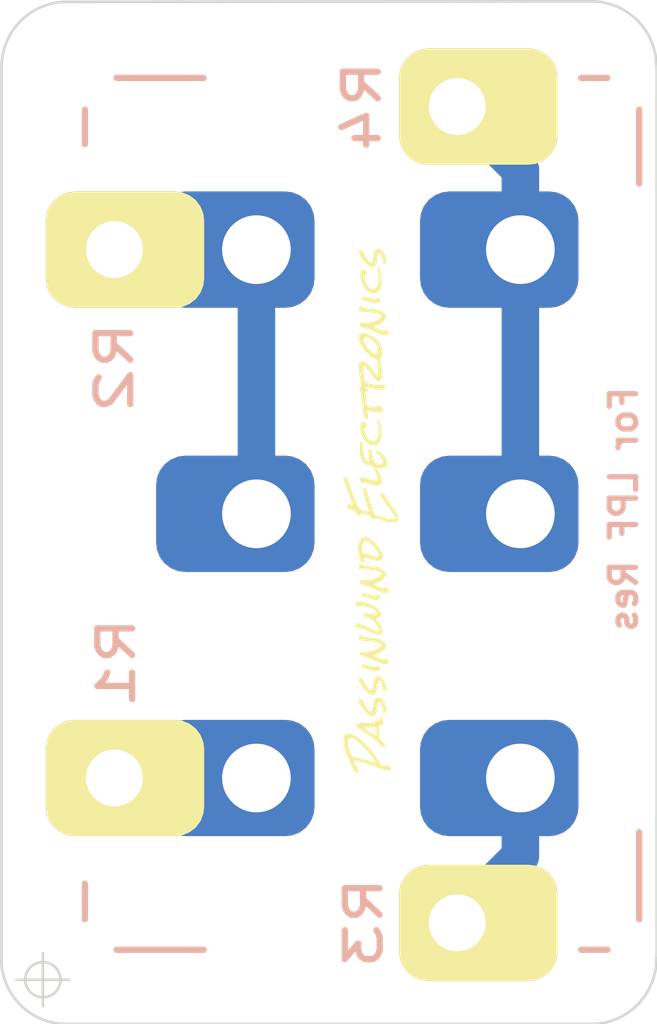
<source format=kicad_pcb>
(kicad_pcb (version 20171130) (host pcbnew "(5.1.5)-3")

  (general
    (thickness 1.6)
    (drawings 10)
    (tracks 10)
    (zones 0)
    (modules 6)
    (nets 1)
  )

  (page A4)
  (layers
    (0 F.Cu signal)
    (31 B.Cu signal)
    (32 B.Adhes user)
    (33 F.Adhes user)
    (34 B.Paste user)
    (35 F.Paste user)
    (36 B.SilkS user)
    (37 F.SilkS user)
    (38 B.Mask user)
    (39 F.Mask user)
    (40 Dwgs.User user)
    (41 Cmts.User user)
    (42 Eco1.User user)
    (43 Eco2.User user)
    (44 Edge.Cuts user)
    (45 Margin user)
    (46 B.CrtYd user)
    (47 F.CrtYd user)
    (48 B.Fab user)
    (49 F.Fab user)
  )

  (setup
    (last_trace_width 0.25)
    (user_trace_width 0.508)
    (user_trace_width 0.7112)
    (trace_clearance 0.2)
    (zone_clearance 0.508)
    (zone_45_only no)
    (trace_min 0.2)
    (via_size 0.8)
    (via_drill 0.4)
    (via_min_size 0.4)
    (via_min_drill 0.3)
    (uvia_size 0.3)
    (uvia_drill 0.1)
    (uvias_allowed no)
    (uvia_min_size 0.2)
    (uvia_min_drill 0.1)
    (edge_width 0.05)
    (segment_width 0.2)
    (pcb_text_width 0.3)
    (pcb_text_size 1.5 1.5)
    (mod_edge_width 0.12)
    (mod_text_size 1 1)
    (mod_text_width 0.15)
    (pad_size 3 2.2)
    (pad_drill 1.3)
    (pad_to_mask_clearance 0.051)
    (solder_mask_min_width 0.25)
    (aux_axis_origin 146.40052 91.53144)
    (visible_elements 7FFFFFFF)
    (pcbplotparams
      (layerselection 0x010fc_ffffffff)
      (usegerberextensions false)
      (usegerberattributes false)
      (usegerberadvancedattributes false)
      (creategerberjobfile false)
      (excludeedgelayer true)
      (linewidth 0.100000)
      (plotframeref false)
      (viasonmask false)
      (mode 1)
      (useauxorigin false)
      (hpglpennumber 1)
      (hpglpenspeed 20)
      (hpglpendiameter 15.000000)
      (psnegative false)
      (psa4output false)
      (plotreference true)
      (plotvalue true)
      (plotinvisibletext false)
      (padsonsilk false)
      (subtractmaskfromsilk false)
      (outputformat 1)
      (mirror false)
      (drillshape 1)
      (scaleselection 1)
      (outputdirectory ""))
  )

  (net 0 "")

  (net_class Default "This is the default net class."
    (clearance 0.2)
    (trace_width 0.25)
    (via_dia 0.8)
    (via_drill 0.4)
    (uvia_dia 0.3)
    (uvia_drill 0.1)
  )

  (module .pretty:AlphaDualPot (layer F.Cu) (tedit 60E54665) (tstamp 60B10EA6)
    (at 156.33 86.82)
    (descr "Potentiometer, vertically mounted, Omeg PC16PU, Omeg PC16PU, Omeg PC16PU, Vishay/Spectrol 248GJ/249GJ Single, Vishay/Spectrol 248GJ/249GJ Single, Vishay/Spectrol 248GJ/249GJ Single, Vishay/Spectrol 248GH/249GH Single, Vishay/Spectrol 148/149 Single, Vishay/Spectrol 148/149 Single, Vishay/Spectrol 148/149 Single, Vishay/Spectrol 148A/149A Single with mounting plates, Vishay/Spectrol 148/149 Double, Vishay/Spectrol 148A/149A Double with mounting plates, Piher PC-16 Single, Piher PC-16 Single, Piher PC-16 Single, Piher PC-16SV Single, Piher PC-16 Double, Piher PC-16 Triple, Piher T16H Single, Piher T16L Single, Piher T16H Double, Alps RK163 Single, Alps RK163 Double, http://www.alps.com/prod/info/E/PDF/Potentiometer/MetalShaft/RK163/RK163.PDF")
    (tags "Potentiometer vertical  Omeg PC16PU  Omeg PC16PU  Omeg PC16PU  Vishay/Spectrol 248GJ/249GJ Single  Vishay/Spectrol 248GJ/249GJ Single  Vishay/Spectrol 248GJ/249GJ Single  Vishay/Spectrol 248GH/249GH Single  Vishay/Spectrol 148/149 Single  Vishay/Spectrol 148/149 Single  Vishay/Spectrol 148/149 Single  Vishay/Spectrol 148A/149A Single with mounting plates  Vishay/Spectrol 148/149 Double  Vishay/Spectrol 148A/149A Double with mounting plates  Piher PC-16 Single  Piher PC-16 Single  Piher PC-16 Single  Piher PC-16SV Single  Piher PC-16 Double  Piher PC-16 Triple  Piher T16H Single  Piher T16L Single  Piher T16H Double  Alps RK163 Single  Alps RK163 Double")
    (fp_text reference "Alpha RV16 Dual Pot" (at 1.8889 -4.9736 90) (layer F.SilkS) hide
      (effects (font (size 0.33 0.33) (thickness 0.0825)))
    )
    (fp_text value DUAL_POT (at 0 1.675) (layer F.SilkS) hide
      (effects (font (size 0.3 0.3) (thickness 0.075)))
    )
    (fp_line (start 2.25 1.025) (end 2.25 2.675) (layer B.SilkS) (width 0.12))
    (fp_line (start 2.25 -12.65) (end 2.25 -11.25) (layer B.SilkS) (width 0.12))
    (fp_line (start -8.25 2) (end -8.25 2.675) (layer B.SilkS) (width 0.12))
    (fp_line (start 1.15 3.25) (end 1.65 3.25) (layer B.SilkS) (width 0.12))
    (fp_line (start 1.15 -13.25) (end 1.65 -13.25) (layer B.SilkS) (width 0.12))
    (fp_line (start -8.25 -12.65) (end -8.25 -12) (layer B.SilkS) (width 0.12))
    (fp_line (start -7.65 3.25) (end -6 3.25) (layer B.SilkS) (width 0.12))
    (fp_line (start -7.65 -13.25) (end -6 -13.25) (layer B.SilkS) (width 0.12))
    (pad 3 thru_hole roundrect (at 0 -10) (size 3 2.2) (drill 1.3 (offset -0.4 0)) (layers *.Cu *.Mask) (roundrect_rratio 0.25))
    (pad 2 thru_hole roundrect (at 0 -5) (size 3 2.2) (drill 1.3 (offset -0.4 0)) (layers *.Cu *.Mask) (roundrect_rratio 0.25))
    (pad 1 thru_hole roundrect (at 0 0) (size 3 2.2) (drill 1.3 (offset -0.4 0)) (layers *.Cu *.Mask) (roundrect_rratio 0.25))
    (pad 6 thru_hole roundrect (at -5 -10) (size 3 2.2) (drill 1.3 (offset -0.4 0)) (layers *.Cu *.Mask) (roundrect_rratio 0.25))
    (pad 5 thru_hole roundrect (at -5 -5) (size 3 2.2) (drill 1.3 (offset -0.4 0)) (layers *.Cu *.Mask) (roundrect_rratio 0.25))
    (pad 4 thru_hole roundrect (at -5 0) (size 3 2.2) (drill 1.3 (offset -0.4 0)) (layers *.Cu *.Mask) (roundrect_rratio 0.25))
    (model Potentiometers.3dshapes/Potentiometer_Alps_RK163_Double_Vertical.wrl
      (at (xyz 0 0 0))
      (scale (xyz 1 1 1))
      (rotate (xyz 0 0 0))
    )
  )

  (module .pretty:22Ga_pad_1_076mm_2mmsq (layer F.Cu) (tedit 60B0DA23) (tstamp 60B0E184)
    (at 155.13436 74.11212)
    (descr "module 1 pin (ou trou mecanique de percage)")
    (tags DEV)
    (fp_text reference R4 (at -1.80472 -0.01016 90) (layer B.SilkS)
      (effects (font (size 0.66 0.88) (thickness 0.12)) (justify mirror))
    )
    (fp_text value CONN_1 (at 0 -1.13) (layer F.SilkS) hide
      (effects (font (size 0.127 0.127) (thickness 0.03175)))
    )
    (pad 1 thru_hole roundrect (at 0 0) (size 3 2.2) (drill 1.076 (offset 0.4 0)) (layers *.Cu *.Mask F.SilkS) (roundrect_rratio 0.25))
  )

  (module .pretty:PassinwindElectronics_100_10mm (layer F.Cu) (tedit 60A0AF65) (tstamp 60B150A7)
    (at 153.50236 81.788 90)
    (fp_text reference PWE (at 0 0 270) (layer F.SilkS) hide
      (effects (font (size 0.05 0.05) (thickness 0.0125)))
    )
    (fp_text value LOGO (at 0.75 0 270) (layer F.SilkS) hide
      (effects (font (size 0.05 0.05) (thickness 0.0125)))
    )
    (fp_poly (pts (xy 0.640054 -0.515822) (xy 0.648175 -0.510508) (xy 0.648814 -0.509271) (xy 0.655605 -0.498543)
      (xy 0.659416 -0.494929) (xy 0.663744 -0.486194) (xy 0.663271 -0.473513) (xy 0.65891 -0.46134)
      (xy 0.65157 -0.454131) (xy 0.65103 -0.453946) (xy 0.639261 -0.449301) (xy 0.633412 -0.446428)
      (xy 0.621255 -0.443635) (xy 0.614823 -0.444455) (xy 0.611178 -0.445044) (xy 0.605867 -0.444568)
      (xy 0.59785 -0.442669) (xy 0.586088 -0.43899) (xy 0.569541 -0.433172) (xy 0.547169 -0.424859)
      (xy 0.517932 -0.413693) (xy 0.48079 -0.399316) (xy 0.45974 -0.391128) (xy 0.433163 -0.38078)
      (xy 0.405813 -0.370134) (xy 0.381485 -0.360667) (xy 0.3683 -0.355537) (xy 0.348473 -0.347739)
      (xy 0.330332 -0.340454) (xy 0.317724 -0.33523) (xy 0.3175 -0.335133) (xy 0.305978 -0.330799)
      (xy 0.298868 -0.329274) (xy 0.298686 -0.329301) (xy 0.292361 -0.327847) (xy 0.28004 -0.323315)
      (xy 0.270746 -0.319433) (xy 0.256587 -0.313533) (xy 0.235653 -0.305143) (xy 0.210682 -0.295346)
      (xy 0.184411 -0.285225) (xy 0.182402 -0.284459) (xy 0.145259 -0.269988) (xy 0.116869 -0.258122)
      (xy 0.096301 -0.248397) (xy 0.082622 -0.240347) (xy 0.074901 -0.233505) (xy 0.072689 -0.229641)
      (xy 0.069312 -0.221532) (xy 0.06265 -0.20668) (xy 0.053801 -0.187509) (xy 0.047536 -0.174171)
      (xy 0.038233 -0.153985) (xy 0.030857 -0.137002) (xy 0.026348 -0.125447) (xy 0.0254 -0.121848)
      (xy 0.02322 -0.113942) (xy 0.017882 -0.101837) (xy 0.016988 -0.100078) (xy 0.010207 -0.084747)
      (xy 0.004523 -0.067999) (xy 0.00059 -0.052472) (xy -0.00094 -0.0408) (xy 0.000589 -0.035621)
      (xy 0.000986 -0.035561) (xy 0.008175 -0.037023) (xy 0.023348 -0.041066) (xy 0.044811 -0.047173)
      (xy 0.070872 -0.054829) (xy 0.099836 -0.063518) (xy 0.130011 -0.072724) (xy 0.159704 -0.081931)
      (xy 0.187221 -0.090622) (xy 0.21087 -0.098282) (xy 0.228957 -0.104396) (xy 0.23876 -0.108017)
      (xy 0.252858 -0.112804) (xy 0.269073 -0.117122) (xy 0.26924 -0.117159) (xy 0.284625 -0.120792)
      (xy 0.304162 -0.125647) (xy 0.31496 -0.12842) (xy 0.337374 -0.134059) (xy 0.361577 -0.139857)
      (xy 0.37084 -0.141983) (xy 0.389901 -0.146612) (xy 0.40758 -0.151464) (xy 0.414955 -0.153773)
      (xy 0.430799 -0.156065) (xy 0.441789 -0.149951) (xy 0.448708 -0.134869) (xy 0.450064 -0.128746)
      (xy 0.449117 -0.110487) (xy 0.439262 -0.096244) (xy 0.421235 -0.086831) (xy 0.409885 -0.084265)
      (xy 0.395466 -0.081079) (xy 0.372584 -0.074784) (xy 0.342334 -0.065714) (xy 0.305813 -0.054203)
      (xy 0.264115 -0.040584) (xy 0.23876 -0.032111) (xy 0.221614 -0.026746) (xy 0.199696 -0.020431)
      (xy 0.18034 -0.015215) (xy 0.147107 -0.006064) (xy 0.122814 0.001862) (xy 0.107907 0.008409)
      (xy 0.104394 0.010853) (xy 0.095655 0.014506) (xy 0.089154 0.015214) (xy 0.073928 0.017456)
      (xy 0.052918 0.023481) (xy 0.028885 0.032158) (xy 0.004592 0.042356) (xy -0.017199 0.052944)
      (xy -0.033726 0.06279) (xy -0.040332 0.068252) (xy -0.050747 0.083116) (xy -0.062487 0.106174)
      (xy -0.074969 0.13564) (xy -0.087607 0.169731) (xy -0.099817 0.20666) (xy -0.111015 0.244643)
      (xy -0.120616 0.281895) (xy -0.128034 0.316631) (xy -0.132687 0.347065) (xy -0.133159 0.351665)
      (xy -0.135301 0.376853) (xy -0.136041 0.394657) (xy -0.135228 0.407776) (xy -0.132713 0.418907)
      (xy -0.128825 0.429565) (xy -0.11938 0.45298) (xy -0.097774 0.450105) (xy -0.070442 0.443013)
      (xy -0.04164 0.428433) (xy -0.009834 0.405581) (xy -0.00908 0.404973) (xy 0.017422 0.384089)
      (xy 0.036998 0.369964) (xy 0.05005 0.362322) (xy 0.055722 0.36068) (xy 0.062527 0.357093)
      (xy 0.072021 0.348198) (xy 0.074439 0.34544) (xy 0.084269 0.335625) (xy 0.092524 0.330441)
      (xy 0.093905 0.3302) (xy 0.101002 0.326643) (xy 0.11127 0.31765) (xy 0.116158 0.31242)
      (xy 0.126002 0.301881) (xy 0.133097 0.295506) (xy 0.134785 0.29464) (xy 0.139874 0.291961)
      (xy 0.151763 0.284608) (xy 0.16884 0.27361) (xy 0.189496 0.25999) (xy 0.196564 0.25527)
      (xy 0.219562 0.24004) (xy 0.24101 0.22616) (xy 0.25877 0.214991) (xy 0.270703 0.207895)
      (xy 0.272233 0.207069) (xy 0.285114 0.198345) (xy 0.294168 0.18874) (xy 0.294772 0.187712)
      (xy 0.299317 0.181732) (xy 0.30653 0.178962) (xy 0.319341 0.178689) (xy 0.329272 0.179302)
      (xy 0.35814 0.181417) (xy 0.359653 0.206903) (xy 0.360078 0.22234) (xy 0.357757 0.231562)
      (xy 0.350831 0.238476) (xy 0.341873 0.244265) (xy 0.325911 0.2535) (xy 0.310556 0.261489)
      (xy 0.307564 0.262884) (xy 0.293686 0.270453) (xy 0.278068 0.280779) (xy 0.274544 0.283395)
      (xy 0.258201 0.294391) (xy 0.239265 0.305123) (xy 0.23368 0.307878) (xy 0.212375 0.31944)
      (xy 0.184704 0.336993) (xy 0.15187 0.359753) (xy 0.13462 0.372305) (xy 0.123215 0.380591)
      (xy 0.106658 0.392465) (xy 0.088104 0.405667) (xy 0.08382 0.4087) (xy 0.062709 0.423791)
      (xy 0.040456 0.439951) (xy 0.021606 0.453878) (xy 0.02032 0.454843) (xy -0.021752 0.483544)
      (xy -0.059855 0.50335) (xy -0.094483 0.514494) (xy -0.112357 0.517023) (xy -0.146046 0.519434)
      (xy -0.16621 0.49927) (xy -0.182546 0.478687) (xy -0.189323 0.460931) (xy -0.190426 0.447801)
      (xy -0.190785 0.428491) (xy -0.190503 0.405246) (xy -0.189679 0.380312) (xy -0.188415 0.355932)
      (xy -0.186811 0.334351) (xy -0.184969 0.317815) (xy -0.18299 0.308568) (xy -0.182427 0.307594)
      (xy -0.179164 0.299463) (xy -0.177801 0.286672) (xy -0.1778 0.286626) (xy -0.175477 0.273225)
      (xy -0.170011 0.264019) (xy -0.164455 0.256241) (xy -0.164218 0.251967) (xy -0.163602 0.244403)
      (xy -0.159869 0.231029) (xy -0.156236 0.22098) (xy -0.143285 0.187003) (xy -0.131978 0.155381)
      (xy -0.122714 0.12741) (xy -0.115888 0.104384) (xy -0.1119 0.087595) (xy -0.111147 0.078339)
      (xy -0.111986 0.076971) (xy -0.119973 0.072047) (xy -0.128076 0.064964) (xy -0.134791 0.05202)
      (xy -0.133377 0.036834) (xy -0.124911 0.021456) (xy -0.110473 0.007936) (xy -0.093389 -0.000906)
      (xy -0.082741 -0.006531) (xy -0.074113 -0.016181) (xy -0.065348 -0.032446) (xy -0.063183 -0.03718)
      (xy -0.055167 -0.056319) (xy -0.046503 -0.079117) (xy -0.037742 -0.103835) (xy -0.029438 -0.128733)
      (xy -0.022142 -0.152069) (xy -0.016406 -0.172105) (xy -0.012782 -0.187099) (xy -0.011824 -0.195311)
      (xy -0.012697 -0.196285) (xy -0.021354 -0.194081) (xy -0.035614 -0.191421) (xy -0.041726 -0.190453)
      (xy -0.0559 -0.188822) (xy -0.063604 -0.190471) (xy -0.068362 -0.196854) (xy -0.070808 -0.202446)
      (xy -0.074574 -0.216999) (xy -0.072379 -0.232204) (xy -0.071219 -0.235922) (xy -0.066256 -0.247629)
      (xy -0.061519 -0.253744) (xy -0.060665 -0.254001) (xy -0.054256 -0.256554) (xy -0.042179 -0.263198)
      (xy -0.029309 -0.271074) (xy -0.013282 -0.280754) (xy 0.000769 -0.288311) (xy 0.008122 -0.291493)
      (xy 0.016419 -0.298112) (xy 0.025156 -0.313363) (xy 0.031595 -0.329029) (xy 0.042001 -0.357061)
      (xy 0.049481 -0.377988) (xy 0.054813 -0.394165) (xy 0.058776 -0.407946) (xy 0.061932 -0.420744)
      (xy 0.068548 -0.438575) (xy 0.079892 -0.450425) (xy 0.083041 -0.452475) (xy 0.095897 -0.459023)
      (xy 0.106301 -0.462204) (xy 0.107264 -0.462262) (xy 0.120442 -0.457855) (xy 0.133703 -0.446384)
      (xy 0.144352 -0.430554) (xy 0.147997 -0.421382) (xy 0.151306 -0.407387) (xy 0.150278 -0.39861)
      (xy 0.146009 -0.392444) (xy 0.139729 -0.381516) (xy 0.134892 -0.366509) (xy 0.134484 -0.36449)
      (xy 0.13275 -0.352099) (xy 0.134682 -0.346713) (xy 0.141597 -0.345452) (xy 0.143198 -0.34544)
      (xy 0.155168 -0.347714) (xy 0.161266 -0.351259) (xy 0.169535 -0.35624) (xy 0.185413 -0.363216)
      (xy 0.206722 -0.37145) (xy 0.231286 -0.380208) (xy 0.256926 -0.388754) (xy 0.281465 -0.396353)
      (xy 0.302726 -0.40227) (xy 0.318532 -0.405768) (xy 0.324531 -0.406401) (xy 0.333101 -0.408385)
      (xy 0.33528 -0.411384) (xy 0.339623 -0.416041) (xy 0.34925 -0.419758) (xy 0.361849 -0.423733)
      (xy 0.378961 -0.430232) (xy 0.38989 -0.434816) (xy 0.40419 -0.440512) (xy 0.413901 -0.443313)
      (xy 0.416637 -0.442951) (xy 0.418918 -0.442737) (xy 0.420447 -0.4445) (xy 0.427339 -0.449212)
      (xy 0.440608 -0.455442) (xy 0.456875 -0.461859) (xy 0.472764 -0.467135) (xy 0.484898 -0.469941)
      (xy 0.48514 -0.469969) (xy 0.505674 -0.474939) (xy 0.52578 -0.483021) (xy 0.53571 -0.486795)
      (xy 0.551839 -0.492227) (xy 0.570015 -0.497938) (xy 0.587416 -0.503756) (xy 0.600701 -0.5092)
      (xy 0.607081 -0.513124) (xy 0.607145 -0.513218) (xy 0.614955 -0.517612) (xy 0.627453 -0.518335)
      (xy 0.640054 -0.515822)) (layer F.SilkS) (width 0.01))
    (fp_poly (pts (xy -4.30521 -0.51525) (xy -4.28291 -0.514595) (xy -4.266843 -0.513289) (xy -4.255045 -0.511117)
      (xy -4.245554 -0.507866) (xy -4.239513 -0.504981) (xy -4.224405 -0.493496) (xy -4.210423 -0.476696)
      (xy -4.199384 -0.457608) (xy -4.193104 -0.439259) (xy -4.192746 -0.42705) (xy -4.194982 -0.415722)
      (xy -4.198422 -0.398049) (xy -4.20236 -0.377667) (xy -4.202737 -0.375708) (xy -4.210942 -0.343518)
      (xy -4.223378 -0.312621) (xy -4.241085 -0.281115) (xy -4.265108 -0.247098) (xy -4.290331 -0.2159)
      (xy -4.311842 -0.191497) (xy -4.338018 -0.163483) (xy -4.367223 -0.133461) (xy -4.397821 -0.103032)
      (xy -4.428175 -0.073799) (xy -4.456649 -0.047363) (xy -4.481608 -0.025327) (xy -4.501169 -0.009476)
      (xy -4.519897 0.005246) (xy -4.540544 0.022436) (xy -4.553543 0.033816) (xy -4.571324 0.048629)
      (xy -4.593202 0.065135) (xy -4.614538 0.079838) (xy -4.61518 0.080253) (xy -4.636419 0.09404)
      (xy -4.661567 0.110523) (xy -4.686097 0.126732) (xy -4.692673 0.131106) (xy -4.714209 0.144534)
      (xy -4.736157 0.156685) (xy -4.754962 0.165645) (xy -4.761253 0.168058) (xy -4.776666 0.173752)
      (xy -4.785413 0.179659) (xy -4.790524 0.189036) (xy -4.794762 0.2041) (xy -4.801104 0.231888)
      (xy -4.804312 0.252566) (xy -4.804299 0.265288) (xy -4.801364 0.26924) (xy -4.795341 0.273552)
      (xy -4.792444 0.284582) (xy -4.792413 0.299469) (xy -4.794987 0.31535) (xy -4.799908 0.329363)
      (xy -4.806914 0.338649) (xy -4.807724 0.33921) (xy -4.813851 0.346271) (xy -4.819649 0.35687)
      (xy -4.825633 0.36639) (xy -4.834785 0.370245) (xy -4.844942 0.370765) (xy -4.861478 0.368978)
      (xy -4.875888 0.364733) (xy -4.8768 0.364296) (xy -4.886097 0.355924) (xy -4.891142 0.341864)
      (xy -4.891884 0.321474) (xy -4.888266 0.294114) (xy -4.880235 0.259143) (xy -4.867736 0.215921)
      (xy -4.862966 0.20081) (xy -4.855215 0.177544) (xy -4.847868 0.157077) (xy -4.841829 0.141831)
      (xy -4.838386 0.13477) (xy -4.834226 0.126418) (xy -4.827706 0.111137) (xy -4.819659 0.091128)
      (xy -4.816931 0.08409) (xy -4.7498 0.08409) (xy -4.745735 0.086426) (xy -4.735752 0.085086)
      (xy -4.723168 0.080629) (xy -4.719968 0.079074) (xy -4.707572 0.071217) (xy -4.699278 0.063834)
      (xy -4.689939 0.057069) (xy -4.684408 0.055696) (xy -4.676431 0.052262) (xy -4.662076 0.042745)
      (xy -4.642359 0.028031) (xy -4.618297 0.009004) (xy -4.590908 -0.013452) (xy -4.561208 -0.038451)
      (xy -4.530214 -0.06511) (xy -4.498943 -0.092544) (xy -4.468413 -0.119868) (xy -4.439639 -0.146198)
      (xy -4.41364 -0.170649) (xy -4.391431 -0.192337) (xy -4.37403 -0.210377) (xy -4.362454 -0.223884)
      (xy -4.361482 -0.22519) (xy -4.350128 -0.239544) (xy -4.33903 -0.251631) (xy -4.334872 -0.255403)
      (xy -4.32533 -0.265622) (xy -4.320581 -0.274194) (xy -4.315172 -0.284167) (xy -4.305723 -0.296461)
      (xy -4.303346 -0.299093) (xy -4.291984 -0.315049) (xy -4.281155 -0.336531) (xy -4.272507 -0.359539)
      (xy -4.267687 -0.380077) (xy -4.2672 -0.386785) (xy -4.270959 -0.409424) (xy -4.282441 -0.425511)
      (xy -4.30196 -0.435441) (xy -4.306478 -0.436636) (xy -4.340482 -0.441999) (xy -4.377192 -0.442429)
      (xy -4.417713 -0.437734) (xy -4.463147 -0.427723) (xy -4.514599 -0.412204) (xy -4.573173 -0.390986)
      (xy -4.575853 -0.389949) (xy -4.600616 -0.380094) (xy -4.617389 -0.372514) (xy -4.627765 -0.366102)
      (xy -4.633333 -0.359749) (xy -4.635685 -0.352348) (xy -4.636148 -0.34798) (xy -4.637571 -0.337263)
      (xy -4.640413 -0.321148) (xy -4.642391 -0.311199) (xy -4.645004 -0.2947) (xy -4.645658 -0.281538)
      (xy -4.644961 -0.27687) (xy -4.64539 -0.267325) (xy -4.650182 -0.25668) (xy -4.655562 -0.242725)
      (xy -4.658236 -0.223575) (xy -4.65836 -0.218492) (xy -4.660255 -0.198706) (xy -4.665103 -0.176128)
      (xy -4.668989 -0.163704) (xy -4.676366 -0.142865) (xy -4.682234 -0.124316) (xy -4.687918 -0.103626)
      (xy -4.692914 -0.08382) (xy -4.696411 -0.071795) (xy -4.702617 -0.05253) (xy -4.710762 -0.028334)
      (xy -4.72008 -0.001515) (xy -4.723867 0.00916) (xy -4.732866 0.034515) (xy -4.740509 0.05632)
      (xy -4.746205 0.072865) (xy -4.74936 0.082439) (xy -4.7498 0.08409) (xy -4.816931 0.08409)
      (xy -4.810919 0.068587) (xy -4.802319 0.045715) (xy -4.794695 0.024708) (xy -4.788879 0.007766)
      (xy -4.785705 -0.002914) (xy -4.78536 -0.005035) (xy -4.783503 -0.012267) (xy -4.778661 -0.025736)
      (xy -4.77266 -0.04064) (xy -4.765923 -0.058646) (xy -4.761318 -0.074776) (xy -4.75996 -0.083846)
      (xy -4.757128 -0.098525) (xy -4.752682 -0.108129) (xy -4.747355 -0.11992) (xy -4.74101 -0.139447)
      (xy -4.734208 -0.164409) (xy -4.727511 -0.192504) (xy -4.721479 -0.221433) (xy -4.716676 -0.248895)
      (xy -4.714533 -0.264406) (xy -4.711776 -0.285664) (xy -4.708986 -0.304177) (xy -4.70666 -0.316728)
      (xy -4.706149 -0.31877) (xy -4.706145 -0.327095) (xy -4.712617 -0.329914) (xy -4.725863 -0.327113)
      (xy -4.746183 -0.31858) (xy -4.773875 -0.3042) (xy -4.809237 -0.283861) (xy -4.828115 -0.272502)
      (xy -4.849663 -0.259723) (xy -4.868505 -0.249164) (xy -4.882743 -0.241847) (xy -4.890478 -0.238792)
      (xy -4.890847 -0.238761) (xy -4.903846 -0.241472) (xy -4.917464 -0.248161) (xy -4.928231 -0.256661)
      (xy -4.93268 -0.264804) (xy -4.93268 -0.264902) (xy -4.927979 -0.287858) (xy -4.914284 -0.306657)
      (xy -4.892791 -0.320202) (xy -4.87663 -0.328219) (xy -4.863405 -0.336625) (xy -4.858704 -0.34071)
      (xy -4.85076 -0.347017) (xy -4.845852 -0.347691) (xy -4.839674 -0.34863) (xy -4.827363 -0.353317)
      (xy -4.811597 -0.360441) (xy -4.795054 -0.368691) (xy -4.780413 -0.376757) (xy -4.770351 -0.383327)
      (xy -4.767659 -0.385954) (xy -4.760252 -0.390691) (xy -4.756801 -0.39116) (xy -4.748202 -0.393219)
      (xy -4.734119 -0.398521) (xy -4.722811 -0.403516) (xy -4.703874 -0.411871) (xy -4.680722 -0.42136)
      (xy -4.6609 -0.428978) (xy -4.641148 -0.436564) (xy -4.623285 -0.443949) (xy -4.611119 -0.449559)
      (xy -4.610959 -0.449643) (xy -4.598428 -0.455021) (xy -4.5889 -0.4572) (xy -4.579713 -0.460171)
      (xy -4.568361 -0.467318) (xy -4.568307 -0.467361) (xy -4.555837 -0.474651) (xy -4.544645 -0.477632)
      (xy -4.533587 -0.479758) (xy -4.518346 -0.484984) (xy -4.51195 -0.487705) (xy -4.496333 -0.493677)
      (xy -4.482777 -0.49702) (xy -4.47893 -0.497298) (xy -4.468072 -0.498672) (xy -4.451908 -0.5026)
      (xy -4.43992 -0.506274) (xy -4.425927 -0.510205) (xy -4.410088 -0.512897) (xy -4.390245 -0.514542)
      (xy -4.364243 -0.51533) (xy -4.335704 -0.515468) (xy -4.30521 -0.51525)) (layer F.SilkS) (width 0.01))
    (fp_poly (pts (xy -2.390452 -0.22717) (xy -2.36872 -0.222703) (xy -2.348982 -0.214925) (xy -2.344816 -0.212517)
      (xy -2.333239 -0.204219) (xy -2.328588 -0.196816) (xy -2.328833 -0.186403) (xy -2.32942 -0.18288)
      (xy -2.332774 -0.17059) (xy -2.336891 -0.163652) (xy -2.337496 -0.163317) (xy -2.344116 -0.158618)
      (xy -2.353414 -0.149676) (xy -2.353921 -0.149132) (xy -2.359179 -0.142069) (xy -2.363125 -0.132622)
      (xy -2.366257 -0.118723) (xy -2.369076 -0.09831) (xy -2.371308 -0.077255) (xy -2.374016 -0.048082)
      (xy -2.376583 -0.01727) (xy -2.378652 0.010753) (xy -2.379563 0.0254) (xy -2.383377 0.064045)
      (xy -2.390278 0.10325) (xy -2.399654 0.140919) (xy -2.410892 0.174953) (xy -2.423381 0.203255)
      (xy -2.436506 0.223727) (xy -2.437979 0.22543) (xy -2.448656 0.235286) (xy -2.464809 0.247907)
      (xy -2.48322 0.260799) (xy -2.486045 0.262646) (xy -2.504623 0.274121) (xy -2.518929 0.280488)
      (xy -2.53176 0.281669) (xy -2.545915 0.277586) (xy -2.564193 0.268162) (xy -2.577984 0.260101)
      (xy -2.607007 0.238125) (xy -2.634524 0.208308) (xy -2.658622 0.172959) (xy -2.672588 0.145815)
      (xy -2.680426 0.129406) (xy -2.687504 0.116432) (xy -2.691638 0.11049) (xy -2.696216 0.101169)
      (xy -2.697614 0.091694) (xy -2.699804 0.078832) (xy -2.705092 0.062808) (xy -2.706963 0.05842)
      (xy -2.716179 0.0381) (xy -2.73223 0.069705) (xy -2.740304 0.08663) (xy -2.746069 0.100673)
      (xy -2.74828 0.108804) (xy -2.74828 0.108822) (xy -2.752121 0.118154) (xy -2.754663 0.120397)
      (xy -2.759413 0.127281) (xy -2.765686 0.141511) (xy -2.772659 0.160547) (xy -2.779509 0.18185)
      (xy -2.785413 0.20288) (xy -2.78955 0.221097) (xy -2.791075 0.23281) (xy -2.787239 0.254289)
      (xy -2.780176 0.265819) (xy -2.772449 0.277013) (xy -2.768675 0.285639) (xy -2.7686 0.286438)
      (xy -2.773481 0.299295) (xy -2.787443 0.310229) (xy -2.806991 0.317753) (xy -2.823701 0.322335)
      (xy -2.837688 0.326161) (xy -2.84226 0.327408) (xy -2.853973 0.326627) (xy -2.86258 0.322337)
      (xy -2.867584 0.317183) (xy -2.870626 0.30962) (xy -2.872161 0.297302) (xy -2.872642 0.277887)
      (xy -2.872648 0.270281) (xy -2.871546 0.245226) (xy -2.867989 0.220511) (xy -2.861443 0.194447)
      (xy -2.851373 0.165346) (xy -2.837245 0.131518) (xy -2.818524 0.091276) (xy -2.811198 0.0762)
      (xy -2.799333 0.05163) (xy -2.789166 0.029903) (xy -2.781517 0.012827) (xy -2.777208 0.002209)
      (xy -2.776574 0) (xy -2.773975 -0.00885) (xy -2.768491 -0.022898) (xy -2.764769 -0.031442)
      (xy -2.759135 -0.046036) (xy -2.752073 -0.067463) (xy -2.744541 -0.092679) (xy -2.73837 -0.115262)
      (xy -2.728591 -0.149824) (xy -2.719292 -0.175304) (xy -2.70974 -0.192706) (xy -2.699196 -0.203035)
      (xy -2.686927 -0.207295) (xy -2.672196 -0.206492) (xy -2.67164 -0.206387) (xy -2.660761 -0.204112)
      (xy -2.65291 -0.201107) (xy -2.647578 -0.195846) (xy -2.644254 -0.186804) (xy -2.642429 -0.172456)
      (xy -2.641593 -0.151278) (xy -2.641236 -0.121745) (xy -2.641182 -0.115312) (xy -2.640679 -0.087861)
      (xy -2.639726 -0.064122) (xy -2.638437 -0.045893) (xy -2.636924 -0.034971) (xy -2.635977 -0.032684)
      (xy -2.633268 -0.026354) (xy -2.631592 -0.01352) (xy -2.63134 -0.006051) (xy -2.629166 0.012335)
      (xy -2.623503 0.036125) (xy -2.615453 0.061994) (xy -2.606123 0.086621) (xy -2.596614 0.106682)
      (xy -2.590917 0.115627) (xy -2.581986 0.127903) (xy -2.570744 0.144252) (xy -2.563908 0.154574)
      (xy -2.543706 0.18019) (xy -2.52278 0.195919) (xy -2.51206 0.200128) (xy -2.501367 0.197974)
      (xy -2.490059 0.185743) (xy -2.478169 0.163499) (xy -2.465729 0.131303) (xy -2.452773 0.089218)
      (xy -2.451151 0.08338) (xy -2.447434 0.065807) (xy -2.443505 0.040185) (xy -2.439596 0.008613)
      (xy -2.435937 -0.026806) (xy -2.432759 -0.063973) (xy -2.430293 -0.100786) (xy -2.429711 -0.11176)
      (xy -2.427383 -0.15162) (xy -2.424725 -0.184197) (xy -2.421838 -0.208369) (xy -2.42015 -0.217854)
      (xy -2.417873 -0.224789) (xy -2.413117 -0.227985) (xy -2.403126 -0.228305) (xy -2.390452 -0.22717)) (layer F.SilkS) (width 0.01))
    (fp_poly (pts (xy -1.038364 -0.227087) (xy -1.015034 -0.222242) (xy -0.995918 -0.213645) (xy -0.982743 -0.20251)
      (xy -0.977236 -0.190049) (xy -0.977679 -0.184496) (xy -0.983176 -0.173227) (xy -0.993215 -0.159899)
      (xy -0.997422 -0.155401) (xy -1.005435 -0.146564) (xy -1.010894 -0.137484) (xy -1.014747 -0.12549)
      (xy -1.017942 -0.107909) (xy -1.020277 -0.090986) (xy -1.023196 -0.066082) (xy -1.026316 -0.035255)
      (xy -1.029231 -0.002725) (xy -1.031227 0.02286) (xy -1.036495 0.076827) (xy -1.044199 0.122078)
      (xy -1.054736 0.159852) (xy -1.068505 0.191386) (xy -1.085906 0.217917) (xy -1.098704 0.23241)
      (xy -1.112252 0.245417) (xy -1.123636 0.254912) (xy -1.130603 0.259034) (xy -1.131007 0.25908)
      (xy -1.138553 0.262129) (xy -1.149656 0.269704) (xy -1.152726 0.272193) (xy -1.164239 0.279899)
      (xy -1.176039 0.282545) (xy -1.190116 0.279797) (xy -1.208461 0.271322) (xy -1.228753 0.259453)
      (xy -1.261675 0.233967) (xy -1.291285 0.20082) (xy -1.315552 0.16243) (xy -1.322799 0.14732)
      (xy -1.330622 0.130216) (xy -1.337383 0.116687) (xy -1.34166 0.109574) (xy -1.34175 0.109474)
      (xy -1.345652 0.100538) (xy -1.3462 0.095606) (xy -1.348006 0.084913) (xy -1.352477 0.071201)
      (xy -1.358194 0.057875) (xy -1.36374 0.048338) (xy -1.366987 0.04572) (xy -1.371366 0.049852)
      (xy -1.378322 0.06028) (xy -1.386223 0.074049) (xy -1.393442 0.088207) (xy -1.398348 0.0998)
      (xy -1.399532 0.104721) (xy -1.402571 0.113377) (xy -1.405228 0.117421) (xy -1.409188 0.125093)
      (xy -1.415282 0.139924) (xy -1.422514 0.159407) (xy -1.426732 0.171537) (xy -1.436673 0.205407)
      (xy -1.440809 0.231735) (xy -1.43918 0.251292) (xy -1.431821 0.264847) (xy -1.43129 0.265394)
      (xy -1.423832 0.278037) (xy -1.422481 0.292243) (xy -1.427025 0.304304) (xy -1.43383 0.30958)
      (xy -1.443805 0.31316) (xy -1.45845 0.317989) (xy -1.474544 0.32306) (xy -1.488863 0.327367)
      (xy -1.498183 0.329904) (xy -1.499867 0.3302) (xy -1.504492 0.327116) (xy -1.513081 0.319655)
      (xy -1.513533 0.319236) (xy -1.519086 0.313351) (xy -1.522368 0.306775) (xy -1.523772 0.297069)
      (xy -1.523689 0.281792) (xy -1.522714 0.262086) (xy -1.52073 0.239431) (xy -1.517051 0.21735)
      (xy -1.511135 0.194194) (xy -1.502444 0.168313) (xy -1.490435 0.138059) (xy -1.47457 0.101782)
      (xy -1.459326 0.06858) (xy -1.441949 0.030979) (xy -1.428266 0.000545) (xy -1.417521 -0.024691)
      (xy -1.408958 -0.046696) (xy -1.40182 -0.06744) (xy -1.395352 -0.088888) (xy -1.388798 -0.11301)
      (xy -1.387185 -0.119195) (xy -1.377693 -0.152666) (xy -1.368593 -0.177113) (xy -1.359115 -0.193607)
      (xy -1.348491 -0.203219) (xy -1.335952 -0.207017) (xy -1.324411 -0.206642) (xy -1.309905 -0.204157)
      (xy -1.300049 -0.200055) (xy -1.294097 -0.192637) (xy -1.291298 -0.180203) (xy -1.290907 -0.161052)
      (xy -1.292173 -0.133487) (xy -1.292178 -0.133413) (xy -1.293279 -0.106725) (xy -1.293137 -0.087873)
      (xy -1.291777 -0.077739) (xy -1.290502 -0.0762) (xy -1.287703 -0.072472) (xy -1.288513 -0.068503)
      (xy -1.289497 -0.058125) (xy -1.288205 -0.04046) (xy -1.28506 -0.018016) (xy -1.280486 0.006697)
      (xy -1.274908 0.031174) (xy -1.26875 0.052904) (xy -1.26721 0.057498) (xy -1.259989 0.076059)
      (xy -1.250769 0.095278) (xy -1.238493 0.117035) (xy -1.222106 0.143206) (xy -1.201817 0.173796)
      (xy -1.186711 0.189954) (xy -1.172397 0.19731) (xy -1.160884 0.199472) (xy -1.152632 0.196744)
      (xy -1.1433 0.187518) (xy -1.142053 0.186074) (xy -1.130488 0.168137) (xy -1.119155 0.142694)
      (xy -1.108823 0.112381) (xy -1.100262 0.079838) (xy -1.094242 0.047702) (xy -1.091532 0.018612)
      (xy -1.091458 0.0127) (xy -1.090611 -0.001147) (xy -1.088351 -0.019674) (xy -1.086625 -0.03048)
      (xy -1.08461 -0.046032) (xy -1.082563 -0.068906) (xy -1.080701 -0.096265) (xy -1.079236 -0.125274)
      (xy -1.078997 -0.131358) (xy -1.077686 -0.158625) (xy -1.075952 -0.183163) (xy -1.073993 -0.202734)
      (xy -1.072009 -0.215096) (xy -1.071407 -0.217145) (xy -1.067894 -0.224414) (xy -1.062616 -0.227852)
      (xy -1.052656 -0.228337) (xy -1.038364 -0.227087)) (layer F.SilkS) (width 0.01))
    (fp_poly (pts (xy 3.833093 -0.227114) (xy 3.855514 -0.222194) (xy 3.876585 -0.213114) (xy 3.892657 -0.201619)
      (xy 3.896988 -0.196564) (xy 3.897569 -0.189253) (xy 3.894833 -0.178229) (xy 3.890326 -0.167891)
      (xy 3.885591 -0.16264) (xy 3.885052 -0.16256) (xy 3.87931 -0.159091) (xy 3.870637 -0.150627)
      (xy 3.869656 -0.149521) (xy 3.864972 -0.14319) (xy 3.861152 -0.135193) (xy 3.857984 -0.124213)
      (xy 3.855254 -0.108935) (xy 3.85275 -0.088044) (xy 3.850256 -0.060223) (xy 3.847561 -0.024157)
      (xy 3.846239 -0.00508) (xy 3.840838 0.05076) (xy 3.832751 0.101424) (xy 3.822256 0.145859)
      (xy 3.809633 0.183012) (xy 3.795163 0.211828) (xy 3.785043 0.22543) (xy 3.774355 0.235287)
      (xy 3.758193 0.247908) (xy 3.739776 0.260801) (xy 3.736955 0.262646) (xy 3.718377 0.274121)
      (xy 3.704071 0.280488) (xy 3.69124 0.281669) (xy 3.677085 0.277586) (xy 3.658807 0.268162)
      (xy 3.645016 0.260101) (xy 3.615993 0.238125) (xy 3.588476 0.208308) (xy 3.564378 0.172959)
      (xy 3.550412 0.145815) (xy 3.542574 0.129406) (xy 3.535496 0.116432) (xy 3.531362 0.11049)
      (xy 3.526784 0.101169) (xy 3.525386 0.091694) (xy 3.523196 0.078832) (xy 3.517908 0.062808)
      (xy 3.516037 0.05842) (xy 3.506821 0.0381) (xy 3.49077 0.069705) (xy 3.482696 0.08663)
      (xy 3.476931 0.100673) (xy 3.47472 0.108804) (xy 3.47472 0.108822) (xy 3.470879 0.118154)
      (xy 3.468337 0.120397) (xy 3.463587 0.127281) (xy 3.457314 0.141511) (xy 3.450341 0.160547)
      (xy 3.443491 0.18185) (xy 3.437587 0.20288) (xy 3.43345 0.221097) (xy 3.431925 0.23281)
      (xy 3.435761 0.254289) (xy 3.442824 0.265819) (xy 3.450551 0.277013) (xy 3.454325 0.285639)
      (xy 3.4544 0.286438) (xy 3.449519 0.299295) (xy 3.435557 0.310229) (xy 3.416009 0.317753)
      (xy 3.399299 0.322335) (xy 3.385312 0.326161) (xy 3.38074 0.327408) (xy 3.369031 0.326624)
      (xy 3.36042 0.322326) (xy 3.355439 0.317239) (xy 3.352449 0.309861) (xy 3.351013 0.297843)
      (xy 3.350695 0.278835) (xy 3.350765 0.270271) (xy 3.352287 0.243064) (xy 3.356582 0.216031)
      (xy 3.364203 0.187418) (xy 3.375698 0.15547) (xy 3.39162 0.118433) (xy 3.41171 0.0762)
      (xy 3.423604 0.051636) (xy 3.433797 0.029914) (xy 3.441466 0.012839) (xy 3.445788 0.002217)
      (xy 3.446426 0) (xy 3.449025 -0.00885) (xy 3.454509 -0.022898) (xy 3.458231 -0.031442)
      (xy 3.463865 -0.046036) (xy 3.470927 -0.067463) (xy 3.478459 -0.092679) (xy 3.48463 -0.115262)
      (xy 3.494409 -0.149824) (xy 3.503708 -0.175304) (xy 3.51326 -0.192706) (xy 3.523804 -0.203035)
      (xy 3.536073 -0.207295) (xy 3.550804 -0.206492) (xy 3.55136 -0.206387) (xy 3.562241 -0.204112)
      (xy 3.570093 -0.201106) (xy 3.575425 -0.195843) (xy 3.578748 -0.186798) (xy 3.580572 -0.172446)
      (xy 3.581407 -0.151262) (xy 3.581764 -0.12172) (xy 3.581818 -0.115348) (xy 3.582318 -0.088173)
      (xy 3.583265 -0.064972) (xy 3.584547 -0.04746) (xy 3.586052 -0.037355) (xy 3.587023 -0.03556)
      (xy 3.589575 -0.030978) (xy 3.591266 -0.019207) (xy 3.59166 -0.00889) (xy 3.593866 0.011273)
      (xy 3.599635 0.036462) (xy 3.607876 0.063316) (xy 3.617498 0.088476) (xy 3.62741 0.108585)
      (xy 3.632083 0.115627) (xy 3.641014 0.127903) (xy 3.652256 0.144252) (xy 3.659092 0.154574)
      (xy 3.679294 0.18019) (xy 3.70022 0.195919) (xy 3.71094 0.200128) (xy 3.721619 0.197972)
      (xy 3.73292 0.185759) (xy 3.7448 0.163569) (xy 3.757217 0.131484) (xy 3.770128 0.089585)
      (xy 3.771731 0.08382) (xy 3.775577 0.065755) (xy 3.779611 0.039676) (xy 3.783595 0.007716)
      (xy 3.787293 -0.027989) (xy 3.790464 -0.065303) (xy 3.792873 -0.102092) (xy 3.793243 -0.10922)
      (xy 3.795669 -0.151224) (xy 3.798359 -0.184678) (xy 3.801254 -0.208947) (xy 3.80285 -0.217854)
      (xy 3.805092 -0.224738) (xy 3.809765 -0.227947) (xy 3.819591 -0.228315) (xy 3.833093 -0.227114)) (layer F.SilkS) (width 0.01))
    (fp_poly (pts (xy 0.634931 -0.211195) (xy 0.646552 -0.20701) (xy 0.654321 -0.202539) (xy 0.65811 -0.196518)
      (xy 0.658984 -0.185847) (xy 0.658357 -0.17272) (xy 0.655657 -0.146092) (xy 0.65127 -0.120119)
      (xy 0.645817 -0.097712) (xy 0.639919 -0.081784) (xy 0.638373 -0.079038) (xy 0.633138 -0.068004)
      (xy 0.627416 -0.05184) (xy 0.624894 -0.04318) (xy 0.618182 -0.022429) (xy 0.609567 -0.001073)
      (xy 0.606659 0.00508) (xy 0.599938 0.022107) (xy 0.59388 0.043717) (xy 0.589072 0.066803)
      (xy 0.586103 0.088261) (xy 0.585562 0.104985) (xy 0.586551 0.111166) (xy 0.593997 0.119843)
      (xy 0.607098 0.124769) (xy 0.621711 0.124863) (xy 0.629254 0.122276) (xy 0.640347 0.119046)
      (xy 0.646495 0.11962) (xy 0.653406 0.118837) (xy 0.667677 0.115024) (xy 0.687226 0.108907)
      (xy 0.709972 0.101213) (xy 0.733833 0.092668) (xy 0.756729 0.083997) (xy 0.776578 0.075928)
      (xy 0.791301 0.069187) (xy 0.791923 0.068867) (xy 0.805946 0.064584) (xy 0.824608 0.062534)
      (xy 0.832281 0.062535) (xy 0.847197 0.062191) (xy 0.856937 0.060257) (xy 0.859054 0.05842)
      (xy 0.859736 0.050227) (xy 0.860698 0.037037) (xy 0.8608 0.03556) (xy 0.864412 0.020903)
      (xy 0.872237 0.003541) (xy 0.877435 -0.00508) (xy 0.886327 -0.020831) (xy 0.893301 -0.03982)
      (xy 0.899306 -0.064895) (xy 0.901816 -0.078202) (xy 0.907879 -0.107168) (xy 0.914496 -0.127264)
      (xy 0.922419 -0.13978) (xy 0.932399 -0.146004) (xy 0.942087 -0.14732) (xy 0.953266 -0.149877)
      (xy 0.958597 -0.154193) (xy 0.965466 -0.159892) (xy 0.979291 -0.167723) (xy 0.997417 -0.176519)
      (xy 1.017192 -0.185108) (xy 1.035963 -0.192322) (xy 1.051076 -0.196991) (xy 1.058249 -0.19812)
      (xy 1.06902 -0.19958) (xy 1.073866 -0.202304) (xy 1.079344 -0.203331) (xy 1.093293 -0.204204)
      (xy 1.114026 -0.204918) (xy 1.139854 -0.205467) (xy 1.169089 -0.205845) (xy 1.200043 -0.206046)
      (xy 1.231029 -0.206065) (xy 1.260359 -0.205895) (xy 1.286345 -0.20553) (xy 1.307298 -0.204964)
      (xy 1.321531 -0.204191) (xy 1.327356 -0.203206) (xy 1.327362 -0.2032) (xy 1.330558 -0.196809)
      (xy 1.333121 -0.189513) (xy 1.333756 -0.179719) (xy 1.328361 -0.172019) (xy 1.316068 -0.166109)
      (xy 1.296012 -0.161681) (xy 1.267325 -0.158429) (xy 1.239996 -0.156597) (xy 1.201393 -0.154206)
      (xy 1.169957 -0.151427) (xy 1.142695 -0.147806) (xy 1.116615 -0.142889) (xy 1.088724 -0.136225)
      (xy 1.0668 -0.130353) (xy 1.035683 -0.12146) (xy 1.012976 -0.11398) (xy 0.997177 -0.107106)
      (xy 0.98678 -0.100028) (xy 0.980284 -0.091936) (xy 0.976183 -0.08202) (xy 0.976022 -0.081488)
      (xy 0.972127 -0.064288) (xy 0.970299 -0.047951) (xy 0.97028 -0.046592) (xy 0.97028 -0.030863)
      (xy 1.00457 -0.033394) (xy 1.02901 -0.035637) (xy 1.056371 -0.038787) (xy 1.07442 -0.041248)
      (xy 1.097702 -0.043993) (xy 1.125383 -0.046189) (xy 1.151704 -0.047385) (xy 1.15316 -0.047416)
      (xy 1.17414 -0.047663) (xy 1.187047 -0.047078) (xy 1.193963 -0.045179) (xy 1.196967 -0.041485)
      (xy 1.197933 -0.037062) (xy 1.195838 -0.024539) (xy 1.188229 -0.011005) (xy 1.177746 0.000034)
      (xy 1.167029 0.005072) (xy 1.166174 0.005111) (xy 1.157142 0.006503) (xy 1.140904 0.010243)
      (xy 1.11997 0.015718) (xy 1.10236 0.020692) (xy 1.074095 0.028106) (xy 1.043216 0.034896)
      (xy 1.014668 0.04002) (xy 1.0033 0.041575) (xy 0.974995 0.045171) (xy 0.955071 0.048817)
      (xy 0.941779 0.053374) (xy 0.933372 0.059702) (xy 0.928102 0.068662) (xy 0.924403 0.080419)
      (xy 0.920186 0.098295) (xy 0.917055 0.114822) (xy 0.916422 0.11938) (xy 0.91313 0.149025)
      (xy 0.911119 0.170457) (xy 0.910392 0.185544) (xy 0.91095 0.196152) (xy 0.912796 0.204146)
      (xy 0.915931 0.211395) (xy 0.916518 0.212545) (xy 0.923059 0.222791) (xy 0.931146 0.227428)
      (xy 0.944825 0.228592) (xy 0.946928 0.2286) (xy 0.964032 0.226714) (xy 0.974762 0.221629)
      (xy 0.97536 0.22098) (xy 0.985493 0.214569) (xy 0.99212 0.21336) (xy 1.001752 0.210454)
      (xy 1.016381 0.202956) (xy 1.033128 0.192695) (xy 1.049117 0.1815) (xy 1.06147 0.171201)
      (xy 1.065643 0.166619) (xy 1.074949 0.155434) (xy 1.079613 0.150472) (xy 1.085806 0.141789)
      (xy 1.08712 0.137263) (xy 1.09118 0.128762) (xy 1.10138 0.118104) (xy 1.114746 0.107624)
      (xy 1.128304 0.099659) (xy 1.138959 0.096544) (xy 1.148556 0.098062) (xy 1.153611 0.104613)
      (xy 1.156094 0.114618) (xy 1.157152 0.125815) (xy 1.154819 0.136201) (xy 1.147976 0.149013)
      (xy 1.140058 0.16093) (xy 1.111296 0.199222) (xy 1.082366 0.23005) (xy 1.050797 0.255848)
      (xy 1.02921 0.270143) (xy 1.022102 0.273783) (xy 1.008448 0.280246) (xy 0.990991 0.288235)
      (xy 0.98806 0.289555) (xy 0.964491 0.29838) (xy 0.940598 0.304348) (xy 0.918836 0.307132)
      (xy 0.901659 0.306402) (xy 0.89207 0.302397) (xy 0.883382 0.296984) (xy 0.871738 0.29207)
      (xy 0.857985 0.284219) (xy 0.846895 0.273423) (xy 0.840819 0.261706) (xy 0.835091 0.244732)
      (xy 0.830298 0.225372) (xy 0.827028 0.206496) (xy 0.825866 0.190972) (xy 0.827401 0.181671)
      (xy 0.827973 0.180914) (xy 0.831772 0.172465) (xy 0.833446 0.160273) (xy 0.834862 0.145088)
      (xy 0.838088 0.125797) (xy 0.842338 0.106106) (xy 0.846827 0.08972) (xy 0.850176 0.08128)
      (xy 0.849466 0.080492) (xy 0.84332 0.086025) (xy 0.834419 0.09525) (xy 0.822226 0.107006)
      (xy 0.811677 0.114847) (xy 0.806574 0.11684) (xy 0.796969 0.120456) (xy 0.79248 0.12446)
      (xy 0.784492 0.130908) (xy 0.780427 0.132134) (xy 0.773017 0.134319) (xy 0.759078 0.140033)
      (xy 0.741091 0.148106) (xy 0.721538 0.157371) (xy 0.7029 0.16666) (xy 0.687658 0.174804)
      (xy 0.680041 0.179396) (xy 0.669422 0.185346) (xy 0.662355 0.18728) (xy 0.662261 0.187259)
      (xy 0.655053 0.187889) (xy 0.64208 0.190761) (xy 0.636006 0.192409) (xy 0.619464 0.195757)
      (xy 0.597669 0.198384) (xy 0.576857 0.199656) (xy 0.553079 0.199282) (xy 0.5366 0.195493)
      (xy 0.524906 0.186568) (xy 0.515477 0.170786) (xy 0.508091 0.152645) (xy 0.501383 0.13126)
      (xy 0.499361 0.113348) (xy 0.500595 0.098378) (xy 0.503463 0.08439) (xy 0.508583 0.064771)
      (xy 0.515207 0.041885) (xy 0.52259 0.018098) (xy 0.529985 -0.004227) (xy 0.536645 -0.022722)
      (xy 0.541824 -0.035024) (xy 0.543716 -0.038227) (xy 0.546705 -0.045895) (xy 0.549814 -0.060024)
      (xy 0.551529 -0.071247) (xy 0.554366 -0.087903) (xy 0.55784 -0.100764) (xy 0.560008 -0.105303)
      (xy 0.562134 -0.11534) (xy 0.559594 -0.133682) (xy 0.558707 -0.137545) (xy 0.555394 -0.153524)
      (xy 0.555388 -0.163742) (xy 0.559066 -0.172167) (xy 0.562462 -0.177022) (xy 0.574644 -0.189296)
      (xy 0.591142 -0.200922) (xy 0.608244 -0.20966) (xy 0.622238 -0.213271) (xy 0.622557 -0.213277)
      (xy 0.634931 -0.211195)) (layer F.SilkS) (width 0.01))
    (fp_poly (pts (xy -3.543742 -0.227829) (xy -3.541525 -0.216484) (xy -3.543121 -0.200085) (xy -3.549795 -0.178166)
      (xy -3.561661 -0.159729) (xy -3.576795 -0.14699) (xy -3.593276 -0.142166) (xy -3.593357 -0.142166)
      (xy -3.609397 -0.139683) (xy -3.62204 -0.134745) (xy -3.634167 -0.128025) (xy -3.64236 -0.123856)
      (xy -3.650558 -0.119026) (xy -3.66355 -0.110366) (xy -3.673521 -0.103337) (xy -3.687103 -0.094075)
      (xy -3.697562 -0.087909) (xy -3.701597 -0.08636) (xy -3.706922 -0.082968) (xy -3.717499 -0.073854)
      (xy -3.731533 -0.060617) (xy -3.740287 -0.051943) (xy -3.759408 -0.031238) (xy -3.770634 -0.015012)
      (xy -3.774397 -0.001925) (xy -3.771129 0.009367) (xy -3.76301 0.018676) (xy -3.749675 0.026825)
      (xy -3.730754 0.034062) (xy -3.710807 0.038935) (xy -3.6957 0.040098) (xy -3.680258 0.040636)
      (xy -3.658502 0.043227) (xy -3.633429 0.047307) (xy -3.608033 0.052312) (xy -3.58531 0.057677)
      (xy -3.568255 0.06284) (xy -3.562944 0.065089) (xy -3.535787 0.08298) (xy -3.518284 0.10376)
      (xy -3.510477 0.127021) (xy -3.512411 0.152351) (xy -3.52413 0.179341) (xy -3.545677 0.207581)
      (xy -3.5475 0.209537) (xy -3.569276 0.227591) (xy -3.599167 0.245004) (xy -3.635136 0.260847)
      (xy -3.675141 0.274191) (xy -3.706526 0.28199) (xy -3.734651 0.287227) (xy -3.754935 0.289073)
      (xy -3.769133 0.28747) (xy -3.779001 0.28236) (xy -3.781952 0.279519) (xy -3.790143 0.27302)
      (xy -3.795559 0.272273) (xy -3.797297 0.269419) (xy -3.797443 0.259731) (xy -3.796237 0.246371)
      (xy -3.793919 0.232498) (xy -3.791956 0.22479) (xy -3.786518 0.221187) (xy -3.772434 0.219106)
      (xy -3.749106 0.21844) (xy -3.727041 0.217715) (xy -3.706537 0.215107) (xy -3.684097 0.209962)
      (xy -3.656222 0.201625) (xy -3.652173 0.200323) (xy -3.627199 0.191953) (xy -3.610295 0.18539)
      (xy -3.599733 0.179757) (xy -3.593782 0.174179) (xy -3.591307 0.169512) (xy -3.587666 0.158335)
      (xy -3.58648 0.152186) (xy -3.590959 0.145222) (xy -3.60249 0.137551) (xy -3.61822 0.13072)
      (xy -3.63391 0.126511) (xy -3.653583 0.122512) (xy -3.673483 0.117836) (xy -3.67538 0.117344)
      (xy -3.693915 0.1139) (xy -3.714639 0.112001) (xy -3.719531 0.111881) (xy -3.73429 0.110811)
      (xy -3.744393 0.108239) (xy -3.7465 0.10668) (xy -3.753582 0.102578) (xy -3.76077 0.101576)
      (xy -3.772675 0.09938) (xy -3.790006 0.093767) (xy -3.809252 0.086149) (xy -3.8269 0.077939)
      (xy -3.839439 0.070548) (xy -3.840991 0.069321) (xy -3.849873 0.056529) (xy -3.856143 0.037696)
      (xy -3.858813 0.016809) (xy -3.857754 0.001625) (xy -3.852393 -0.015194) (xy -3.84377 -0.032301)
      (xy -3.842298 -0.034569) (xy -3.834825 -0.046542) (xy -3.830642 -0.055109) (xy -3.83032 -0.056589)
      (xy -3.826467 -0.060869) (xy -3.825482 -0.06096) (xy -3.819672 -0.064303) (xy -3.809115 -0.073062)
      (xy -3.796272 -0.085171) (xy -3.771554 -0.108755) (xy -3.745748 -0.131699) (xy -3.720748 -0.152449)
      (xy -3.698445 -0.169451) (xy -3.680734 -0.181152) (xy -3.676625 -0.183382) (xy -3.661589 -0.191642)
      (xy -3.649279 -0.199593) (xy -3.646182 -0.202029) (xy -3.634351 -0.209379) (xy -3.616129 -0.217446)
      (xy -3.595078 -0.224903) (xy -3.57476 -0.230422) (xy -3.565485 -0.23211) (xy -3.551363 -0.232515)
      (xy -3.543742 -0.227829)) (layer F.SilkS) (width 0.01))
    (fp_poly (pts (xy -3.139577 -0.207544) (xy -3.143419 -0.180764) (xy -3.154718 -0.160869) (xy -3.173591 -0.147719)
      (xy -3.194287 -0.141951) (xy -3.210536 -0.138565) (xy -3.22303 -0.134505) (xy -3.226934 -0.132337)
      (xy -3.233947 -0.127194) (xy -3.247122 -0.118149) (xy -3.26409 -0.106819) (xy -3.27152 -0.101935)
      (xy -3.294292 -0.085874) (xy -3.318678 -0.066852) (xy -3.339729 -0.048746) (xy -3.34137 -0.04722)
      (xy -3.360173 -0.02787) (xy -3.370594 -0.012369) (xy -3.373024 0.000555) (xy -3.367857 0.012175)
      (xy -3.36169 0.018676) (xy -3.348348 0.026829) (xy -3.329425 0.034064) (xy -3.309485 0.038931)
      (xy -3.29438 0.040082) (xy -3.285086 0.040451) (xy -3.268523 0.041959) (xy -3.247485 0.04433)
      (xy -3.23514 0.045888) (xy -3.193993 0.053954) (xy -3.160034 0.06614) (xy -3.133757 0.081947)
      (xy -3.115653 0.100878) (xy -3.106215 0.122433) (xy -3.105935 0.146114) (xy -3.113846 0.168687)
      (xy -3.134289 0.199097) (xy -3.161146 0.225326) (xy -3.186496 0.241857) (xy -3.215232 0.254713)
      (xy -3.248858 0.266882) (xy -3.283685 0.277238) (xy -3.316025 0.284654) (xy -3.336151 0.287583)
      (xy -3.355067 0.289086) (xy -3.366463 0.288909) (xy -3.372908 0.286582) (xy -3.376971 0.281633)
      (xy -3.377913 0.279936) (xy -3.384021 0.272677) (xy -3.388615 0.271937) (xy -3.391644 0.269737)
      (xy -3.39315 0.260554) (xy -3.393015 0.247468) (xy -3.391119 0.233559) (xy -3.390239 0.22987)
      (xy -3.387992 0.224212) (xy -3.383518 0.220818) (xy -3.374608 0.219124) (xy -3.359054 0.218566)
      (xy -3.345858 0.218542) (xy -3.316962 0.216839) (xy -3.286599 0.212033) (xy -3.256905 0.204783)
      (xy -3.23002 0.195747) (xy -3.208081 0.185585) (xy -3.193226 0.174955) (xy -3.189528 0.17037)
      (xy -3.183249 0.159211) (xy -3.180164 0.152037) (xy -3.180099 0.151544) (xy -3.184357 0.145893)
      (xy -3.194928 0.138919) (xy -3.208435 0.13235) (xy -3.221502 0.127917) (xy -3.228004 0.127)
      (xy -3.242294 0.125056) (xy -3.251437 0.121793) (xy -3.261035 0.11872) (xy -3.277463 0.11538)
      (xy -3.29743 0.112425) (xy -3.300633 0.112043) (xy -3.339671 0.105939) (xy -3.374983 0.097304)
      (xy -3.40512 0.086689) (xy -3.428634 0.074646) (xy -3.444077 0.061728) (xy -3.447956 0.05588)
      (xy -3.4541 0.03365) (xy -3.453829 0.007818) (xy -3.447485 -0.017635) (xy -3.440354 -0.031957)
      (xy -3.428552 -0.047564) (xy -3.410802 -0.067334) (xy -3.388926 -0.089582) (xy -3.364744 -0.112622)
      (xy -3.340077 -0.134769) (xy -3.316745 -0.154336) (xy -3.296569 -0.169639) (xy -3.28168 -0.178843)
      (xy -3.269399 -0.185454) (xy -3.253907 -0.194538) (xy -3.24866 -0.197768) (xy -3.222966 -0.211538)
      (xy -3.194601 -0.223094) (xy -3.167973 -0.230743) (xy -3.15849 -0.232369) (xy -3.13944 -0.234748)
      (xy -3.139577 -0.207544)) (layer F.SilkS) (width 0.01))
    (fp_poly (pts (xy 4.952863 -0.207544) (xy 4.949021 -0.180764) (xy 4.937722 -0.160869) (xy 4.918849 -0.147719)
      (xy 4.898153 -0.141951) (xy 4.881904 -0.138565) (xy 4.86941 -0.134505) (xy 4.865506 -0.132337)
      (xy 4.858493 -0.127194) (xy 4.845318 -0.118149) (xy 4.82835 -0.106819) (xy 4.82092 -0.101935)
      (xy 4.798148 -0.085874) (xy 4.773762 -0.066852) (xy 4.752711 -0.048746) (xy 4.75107 -0.04722)
      (xy 4.732267 -0.02787) (xy 4.721846 -0.012369) (xy 4.719416 0.000555) (xy 4.724583 0.012175)
      (xy 4.73075 0.018676) (xy 4.74411 0.02684) (xy 4.76304 0.034071) (xy 4.782964 0.038919)
      (xy 4.79806 0.040037) (xy 4.807389 0.040387) (xy 4.823952 0.041881) (xy 4.844918 0.044244)
      (xy 4.85648 0.045707) (xy 4.896547 0.053403) (xy 4.930906 0.064939) (xy 4.957776 0.079662)
      (xy 4.965131 0.085491) (xy 4.976016 0.099608) (xy 4.984611 0.118473) (xy 4.988519 0.136675)
      (xy 4.98856 0.138342) (xy 4.984389 0.157254) (xy 4.973044 0.178833) (xy 4.956272 0.200889)
      (xy 4.935822 0.221231) (xy 4.913442 0.237669) (xy 4.905944 0.241857) (xy 4.877208 0.254713)
      (xy 4.843582 0.266882) (xy 4.808755 0.277238) (xy 4.776415 0.284654) (xy 4.756289 0.287583)
      (xy 4.737373 0.289086) (xy 4.725977 0.288909) (xy 4.719532 0.286582) (xy 4.715469 0.281633)
      (xy 4.714527 0.279936) (xy 4.708419 0.272677) (xy 4.703825 0.271937) (xy 4.700796 0.269737)
      (xy 4.69929 0.260554) (xy 4.699425 0.247468) (xy 4.701321 0.233559) (xy 4.702201 0.22987)
      (xy 4.704448 0.224212) (xy 4.708922 0.220818) (xy 4.717832 0.219124) (xy 4.733386 0.218566)
      (xy 4.746582 0.218542) (xy 4.775478 0.216839) (xy 4.805841 0.212033) (xy 4.835535 0.204783)
      (xy 4.86242 0.195747) (xy 4.884359 0.185585) (xy 4.899214 0.174955) (xy 4.902912 0.17037)
      (xy 4.909191 0.159211) (xy 4.912276 0.152037) (xy 4.912341 0.151544) (xy 4.908083 0.145893)
      (xy 4.897512 0.138919) (xy 4.884005 0.13235) (xy 4.870938 0.127917) (xy 4.864436 0.127)
      (xy 4.850146 0.125056) (xy 4.841003 0.121793) (xy 4.831405 0.11872) (xy 4.814977 0.11538)
      (xy 4.79501 0.112425) (xy 4.791807 0.112043) (xy 4.752769 0.105939) (xy 4.717457 0.097304)
      (xy 4.68732 0.086689) (xy 4.663806 0.074646) (xy 4.648363 0.061728) (xy 4.644484 0.05588)
      (xy 4.63834 0.03365) (xy 4.638611 0.007818) (xy 4.644955 -0.017635) (xy 4.652086 -0.031957)
      (xy 4.663888 -0.047564) (xy 4.681638 -0.067334) (xy 4.703514 -0.089582) (xy 4.727696 -0.112622)
      (xy 4.752363 -0.134769) (xy 4.775695 -0.154336) (xy 4.795871 -0.169639) (xy 4.81076 -0.178843)
      (xy 4.823041 -0.185454) (xy 4.838533 -0.194538) (xy 4.84378 -0.197768) (xy 4.869474 -0.211538)
      (xy 4.897839 -0.223094) (xy 4.924467 -0.230743) (xy 4.93395 -0.232369) (xy 4.953 -0.234748)
      (xy 4.952863 -0.207544)) (layer F.SilkS) (width 0.01))
    (fp_poly (pts (xy 3.306026 -0.234924) (xy 3.30893 -0.233943) (xy 3.323298 -0.229863) (xy 3.33408 -0.228418)
      (xy 3.349287 -0.223356) (xy 3.364562 -0.209519) (xy 3.378617 -0.1882) (xy 3.382885 -0.179482)
      (xy 3.388995 -0.165426) (xy 3.391904 -0.155034) (xy 3.391802 -0.144535) (xy 3.388878 -0.130159)
      (xy 3.385956 -0.118522) (xy 3.382124 -0.104363) (xy 3.377782 -0.090692) (xy 3.372248 -0.075873)
      (xy 3.364837 -0.058273) (xy 3.354866 -0.036255) (xy 3.341649 -0.008187) (xy 3.327085 0.02221)
      (xy 3.30819 0.056063) (xy 3.285948 0.087093) (xy 3.262093 0.113255) (xy 3.238362 0.132505)
      (xy 3.228754 0.138085) (xy 3.214308 0.145948) (xy 3.202911 0.15319) (xy 3.2004 0.155144)
      (xy 3.191748 0.160361) (xy 3.17696 0.167213) (xy 3.1623 0.173051) (xy 3.143911 0.18048)
      (xy 3.127656 0.188124) (xy 3.11912 0.193014) (xy 3.102656 0.200636) (xy 3.078424 0.207069)
      (xy 3.048786 0.211893) (xy 3.016106 0.214686) (xy 2.99466 0.215213) (xy 2.975024 0.214268)
      (xy 2.960243 0.21041) (xy 2.9451 0.202059) (xy 2.94005 0.198677) (xy 2.926915 0.188501)
      (xy 2.918151 0.179441) (xy 2.91592 0.174855) (xy 2.912097 0.170975) (xy 2.900332 0.169766)
      (xy 2.880178 0.171263) (xy 2.851188 0.175501) (xy 2.812916 0.182516) (xy 2.809652 0.183156)
      (xy 2.788738 0.187008) (xy 2.771714 0.189645) (xy 2.760928 0.190728) (xy 2.758463 0.190514)
      (xy 2.75217 0.190564) (xy 2.73896 0.192706) (xy 2.722491 0.196291) (xy 2.666495 0.206008)
      (xy 2.601913 0.210307) (xy 2.58572 0.21053) (xy 2.550013 0.207478) (xy 2.520953 0.198165)
      (xy 2.499243 0.182907) (xy 2.487517 0.166382) (xy 2.482365 0.154754) (xy 2.480774 0.145509)
      (xy 2.482696 0.134438) (xy 2.486986 0.120662) (xy 2.496051 0.101151) (xy 2.510926 0.081282)
      (xy 2.53246 0.060255) (xy 2.561499 0.037268) (xy 2.598894 0.01152) (xy 2.610543 0.003984)
      (xy 2.633302 -0.010866) (xy 2.654089 -0.024956) (xy 2.670787 -0.036817) (xy 2.681282 -0.04498)
      (xy 2.682149 -0.045756) (xy 2.694968 -0.056589) (xy 2.710992 -0.068827) (xy 2.717156 -0.073214)
      (xy 2.731623 -0.085081) (xy 2.746051 -0.099887) (xy 2.758366 -0.115129) (xy 2.766495 -0.128302)
      (xy 2.7686 -0.135382) (xy 2.764189 -0.140678) (xy 2.753229 -0.145911) (xy 2.74955 -0.147053)
      (xy 2.732283 -0.150518) (xy 2.711342 -0.15209) (xy 2.685619 -0.151694) (xy 2.65401 -0.149255)
      (xy 2.61541 -0.144699) (xy 2.568713 -0.137952) (xy 2.53492 -0.132589) (xy 2.505916 -0.126306)
      (xy 2.481702 -0.118005) (xy 2.463933 -0.10843) (xy 2.454267 -0.098325) (xy 2.453343 -0.095929)
      (xy 2.448972 -0.083744) (xy 2.442045 -0.068164) (xy 2.439737 -0.0635) (xy 2.433805 -0.048763)
      (xy 2.427392 -0.027971) (xy 2.421692 -0.005089) (xy 2.420618 0) (xy 2.415601 0.022546)
      (xy 2.410138 0.043693) (xy 2.405238 0.059608) (xy 2.404246 0.062253) (xy 2.40049 0.075563)
      (xy 2.398489 0.093408) (xy 2.39808 0.117911) (xy 2.398541 0.136961) (xy 2.399602 0.161989)
      (xy 2.40103 0.178988) (xy 2.403245 0.190087) (xy 2.406671 0.197417) (xy 2.411629 0.203013)
      (xy 2.417887 0.210097) (xy 2.419892 0.217517) (xy 2.417287 0.227625) (xy 2.409715 0.242774)
      (xy 2.404097 0.25273) (xy 2.39356 0.267529) (xy 2.383035 0.273487) (xy 2.3711 0.270574)
      (xy 2.356332 0.25876) (xy 2.349354 0.25158) (xy 2.339152 0.240205) (xy 2.332714 0.230793)
      (xy 2.328944 0.220309) (xy 2.326746 0.20572) (xy 2.325043 0.18427) (xy 2.324149 0.151282)
      (xy 2.325734 0.117953) (xy 2.3295 0.087497) (xy 2.335149 0.063129) (xy 2.336692 0.058702)
      (xy 2.340628 0.042952) (xy 2.34188 0.029647) (xy 2.344 0.01365) (xy 2.348788 -0.001773)
      (xy 2.35496 -0.017901) (xy 2.361361 -0.037491) (xy 2.367033 -0.057221) (xy 2.371015 -0.073772)
      (xy 2.37236 -0.083284) (xy 2.371403 -0.088836) (xy 2.366694 -0.088686) (xy 2.35839 -0.084655)
      (xy 2.344592 -0.077942) (xy 2.327597 -0.07037) (xy 2.323131 -0.068493) (xy 2.309711 -0.063362)
      (xy 2.301216 -0.062589) (xy 2.29322 -0.066566) (xy 2.286358 -0.071755) (xy 2.276097 -0.081388)
      (xy 2.272787 -0.090865) (xy 2.273588 -0.10033) (xy 2.274403 -0.110163) (xy 2.27167 -0.115437)
      (xy 2.263668 -0.116637) (xy 2.24868 -0.114252) (xy 2.2352 -0.111204) (xy 2.213047 -0.106969)
      (xy 2.180901 -0.102342) (xy 2.138918 -0.097343) (xy 2.087255 -0.091992) (xy 2.0828 -0.091558)
      (xy 2.052377 -0.088431) (xy 2.030668 -0.085593) (xy 2.016251 -0.082605) (xy 2.007706 -0.079025)
      (xy 2.003613 -0.074413) (xy 2.002551 -0.068329) (xy 2.002586 -0.066687) (xy 2.001914 -0.054716)
      (xy 1.999606 -0.036984) (xy 1.996718 -0.02032) (xy 1.989376 0.019796) (xy 1.984048 0.054087)
      (xy 1.980835 0.081623) (xy 1.979837 0.101474) (xy 1.981156 0.11271) (xy 1.982144 0.114398)
      (xy 1.988304 0.114735) (xy 1.998946 0.111772) (xy 2.012646 0.108856) (xy 2.023012 0.109592)
      (xy 2.029616 0.116366) (xy 2.031202 0.12904) (xy 2.028254 0.144977) (xy 2.021261 0.161538)
      (xy 2.010773 0.176014) (xy 1.999151 0.185911) (xy 1.982807 0.19715) (xy 1.964557 0.2081)
      (xy 1.94722 0.21713) (xy 1.933615 0.222609) (xy 1.928671 0.22352) (xy 1.919987 0.219649)
      (xy 1.910008 0.210509) (xy 1.9022 0.199803) (xy 1.899846 0.192712) (xy 1.898251 0.183502)
      (xy 1.89437 0.169513) (xy 1.892939 0.1651) (xy 1.890365 0.154446) (xy 1.889272 0.141123)
      (xy 1.889776 0.123868) (xy 1.891993 0.101419) (xy 1.896038 0.072514) (xy 1.902028 0.035888)
      (xy 1.907876 0.00254) (xy 1.911703 -0.022445) (xy 1.913772 -0.04382) (xy 1.913867 -0.058969)
      (xy 1.913297 -0.062726) (xy 1.909513 -0.072709) (xy 1.903037 -0.074918) (xy 1.895888 -0.073373)
      (xy 1.879961 -0.069874) (xy 1.8669 -0.067918) (xy 1.853292 -0.066176) (xy 1.834652 -0.063451)
      (xy 1.821893 -0.061444) (xy 1.797346 -0.059161) (xy 1.780665 -0.061998) (xy 1.770689 -0.070407)
      (xy 1.766487 -0.083112) (xy 1.768322 -0.101994) (xy 1.778908 -0.117179) (xy 1.79578 -0.126464)
      (xy 1.808954 -0.129776) (xy 1.829315 -0.133901) (xy 1.853971 -0.138352) (xy 1.880032 -0.142644)
      (xy 1.904607 -0.14629) (xy 1.924806 -0.148804) (xy 1.93294 -0.149525) (xy 1.977197 -0.15289)
      (xy 2.024885 -0.1573) (xy 2.073468 -0.162463) (xy 2.120408 -0.168086) (xy 2.163166 -0.173877)
      (xy 2.199207 -0.179543) (xy 2.2098 -0.181449) (xy 2.230354 -0.185239) (xy 2.247598 -0.188286)
      (xy 2.258692 -0.190094) (xy 2.2606 -0.190343) (xy 2.27094 -0.19331) (xy 2.279316 -0.197162)
      (xy 2.291888 -0.20124) (xy 2.307906 -0.203202) (xy 2.309796 -0.203232) (xy 2.327114 -0.205349)
      (xy 2.342923 -0.210449) (xy 2.343834 -0.210906) (xy 2.358347 -0.215096) (xy 2.36827 -0.210233)
      (xy 2.373445 -0.196482) (xy 2.377147 -0.188295) (xy 2.38137 -0.18669) (xy 2.386894 -0.184926)
      (xy 2.386274 -0.177646) (xy 2.37981 -0.167192) (xy 2.37871 -0.165897) (xy 2.374234 -0.159989)
      (xy 2.376112 -0.159535) (xy 2.384859 -0.164791) (xy 2.400994 -0.176011) (xy 2.404818 -0.178753)
      (xy 2.417846 -0.187131) (xy 2.429131 -0.190715) (xy 2.443492 -0.190638) (xy 2.451726 -0.189772)
      (xy 2.469559 -0.188792) (xy 2.482132 -0.190287) (xy 2.485308 -0.191779) (xy 2.494273 -0.195759)
      (xy 2.508394 -0.19908) (xy 2.51206 -0.199625) (xy 2.525518 -0.201689) (xy 2.545862 -0.205177)
      (xy 2.570006 -0.20955) (xy 2.58826 -0.21299) (xy 2.613526 -0.216898) (xy 2.644075 -0.220166)
      (xy 2.677728 -0.222714) (xy 2.712305 -0.224458) (xy 2.745625 -0.225316) (xy 2.775511 -0.225207)
      (xy 2.799782 -0.224047) (xy 2.816259 -0.221756) (xy 2.81686 -0.221605) (xy 2.829271 -0.214808)
      (xy 2.842366 -0.202414) (xy 2.853377 -0.187722) (xy 2.85954 -0.17403) (xy 2.86004 -0.170107)
      (xy 2.857222 -0.15854) (xy 2.849518 -0.140936) (xy 2.83805 -0.119451) (xy 2.823941 -0.096241)
      (xy 2.813423 -0.080589) (xy 2.803807 -0.06821) (xy 2.791595 -0.055244) (xy 2.775536 -0.040595)
      (xy 2.754382 -0.023165) (xy 2.726885 -0.001861) (xy 2.704709 0.014815) (xy 2.677835 0.034754)
      (xy 2.652825 0.053106) (xy 2.631138 0.068819) (xy 2.61423 0.080841) (xy 2.603557 0.088117)
      (xy 2.601819 0.0892) (xy 2.586588 0.101552) (xy 2.57924 0.115062) (xy 2.580511 0.127954)
      (xy 2.583776 0.132738) (xy 2.592798 0.138499) (xy 2.607716 0.141603) (xy 2.629593 0.142093)
      (xy 2.659493 0.140014) (xy 2.686425 0.136971) (xy 2.73651 0.130824) (xy 2.778114 0.126034)
      (xy 2.812806 0.122443) (xy 2.84215 0.119896) (xy 2.867714 0.118235) (xy 2.87909 0.117708)
      (xy 2.90068 0.11684) (xy 2.90068 0.095976) (xy 2.900892 0.094715) (xy 2.98704 0.094715)
      (xy 2.98704 0.110023) (xy 3.019205 0.105714) (xy 3.043657 0.104325) (xy 3.064155 0.106735)
      (xy 3.079058 0.11241) (xy 3.086719 0.120816) (xy 3.086972 0.127746) (xy 3.086343 0.134863)
      (xy 3.091572 0.136149) (xy 3.097884 0.134924) (xy 3.108829 0.131238) (xy 3.12562 0.124304)
      (xy 3.145044 0.115466) (xy 3.1496 0.113279) (xy 3.190013 0.08846) (xy 3.227496 0.055326)
      (xy 3.260588 0.015616) (xy 3.287828 -0.02893) (xy 3.306928 -0.074062) (xy 3.313341 -0.094063)
      (xy 3.316205 -0.106599) (xy 3.315469 -0.113743) (xy 3.311081 -0.117567) (xy 3.30581 -0.119379)
      (xy 3.28281 -0.127087) (xy 3.269705 -0.13443) (xy 3.26644 -0.140017) (xy 3.265072 -0.14619)
      (xy 3.260127 -0.148482) (xy 3.250344 -0.14662) (xy 3.23446 -0.14033) (xy 3.211212 -0.12934)
      (xy 3.206583 -0.127057) (xy 3.147194 -0.093386) (xy 3.095168 -0.054463) (xy 3.048386 -0.00868)
      (xy 3.044063 -0.003831) (xy 3.018767 0.026705) (xy 3.001211 0.052352) (xy 2.990833 0.07408)
      (xy 2.987073 0.092859) (xy 2.98704 0.094715) (xy 2.900892 0.094715) (xy 2.90535 0.068303)
      (xy 2.919249 0.03706) (xy 2.94221 0.002541) (xy 2.974067 -0.03496) (xy 2.975838 -0.036853)
      (xy 2.99361 -0.055636) (xy 3.009716 -0.072427) (xy 3.022425 -0.085435) (xy 3.030007 -0.092872)
      (xy 3.030178 -0.093027) (xy 3.039839 -0.101045) (xy 3.054022 -0.111994) (xy 3.070626 -0.124352)
      (xy 3.087551 -0.136599) (xy 3.102696 -0.147217) (xy 3.113961 -0.154684) (xy 3.119235 -0.15748)
      (xy 3.125064 -0.160506) (xy 3.134457 -0.167819) (xy 3.134852 -0.168163) (xy 3.147584 -0.177121)
      (xy 3.16715 -0.188385) (xy 3.190882 -0.200665) (xy 3.216115 -0.212668) (xy 3.240179 -0.223104)
      (xy 3.260409 -0.230681) (xy 3.26923 -0.233232) (xy 3.290358 -0.236591) (xy 3.306026 -0.234924)) (layer F.SilkS) (width 0.01))
    (fp_poly (pts (xy -4.047803 -0.280346) (xy -4.045236 -0.278584) (xy -4.035585 -0.273818) (xy -4.021364 -0.269962)
      (xy -4.019284 -0.269597) (xy -4.0005 -0.26656) (xy -3.997176 -0.21837) (xy -3.99603 -0.198533)
      (xy -3.994743 -0.170899) (xy -3.993409 -0.137831) (xy -3.992123 -0.101691) (xy -3.990978 -0.064839)
      (xy -3.990727 -0.05588) (xy -3.989685 -0.022281) (xy -3.988504 0.008329) (xy -3.987264 0.034341)
      (xy -3.986046 0.054147) (xy -3.98493 0.066138) (xy -3.984476 0.06858) (xy -3.979921 0.078082)
      (xy -3.971937 0.08349) (xy -3.958068 0.085861) (xy -3.94335 0.086282) (xy -3.927564 0.086858)
      (xy -3.919516 0.089043) (xy -3.916809 0.0937) (xy -3.91668 0.095897) (xy -3.92037 0.107122)
      (xy -3.9243 0.111759) (xy -3.930727 0.11984) (xy -3.93192 0.124001) (xy -3.936367 0.128397)
      (xy -3.947169 0.131069) (xy -3.948164 0.131156) (xy -3.960165 0.132729) (xy -3.966836 0.134831)
      (xy -3.966932 0.134918) (xy -3.966465 0.140299) (xy -3.959403 0.147591) (xy -3.948525 0.154789)
      (xy -3.936612 0.159889) (xy -3.930675 0.161069) (xy -3.907566 0.163708) (xy -3.892849 0.167639)
      (xy -3.88476 0.173867) (xy -3.881535 0.1834) (xy -3.881198 0.189304) (xy -3.885697 0.198873)
      (xy -3.897459 0.207925) (xy -3.913639 0.214919) (xy -3.931392 0.21831) (xy -3.934884 0.218421)
      (xy -3.948808 0.219259) (xy -3.958049 0.221327) (xy -3.959286 0.222099) (xy -3.967775 0.224655)
      (xy -3.982045 0.223902) (xy -3.998476 0.220381) (xy -4.013447 0.214633) (xy -4.015076 0.213762)
      (xy -4.025125 0.206091) (xy -4.033512 0.194147) (xy -4.041912 0.17539) (xy -4.044055 0.169754)
      (xy -4.052703 0.149169) (xy -4.059764 0.138288) (xy -4.064375 0.136365) (xy -4.073483 0.137684)
      (xy -4.088435 0.139063) (xy -4.09702 0.139656) (xy -4.115339 0.14127) (xy -4.138521 0.143986)
      (xy -4.16052 0.147064) (xy -4.183886 0.150127) (xy -4.212233 0.153076) (xy -4.240392 0.155389)
      (xy -4.247602 0.155855) (xy -4.296583 0.158785) (xy -4.345407 0.208762) (xy -4.364078 0.227535)
      (xy -4.380972 0.243901) (xy -4.39447 0.256333) (xy -4.40295 0.263306) (xy -4.404042 0.263989)
      (xy -4.419747 0.26875) (xy -4.434992 0.267649) (xy -4.444954 0.261675) (xy -4.44888 0.249906)
      (xy -4.447136 0.23399) (xy -4.440506 0.217625) (xy -4.433561 0.208076) (xy -4.426078 0.197121)
      (xy -4.423681 0.187493) (xy -4.423712 0.187287) (xy -4.420589 0.178879) (xy -4.413498 0.175014)
      (xy -4.406405 0.170536) (xy -4.394147 0.160586) (xy -4.37832 0.146679) (xy -4.360518 0.130331)
      (xy -4.342335 0.113057) (xy -4.325366 0.096372) (xy -4.311204 0.081792) (xy -4.308113 0.07832)
      (xy -4.23164 0.07832) (xy -4.227077 0.083156) (xy -4.215439 0.087706) (xy -4.199804 0.091276)
      (xy -4.183248 0.093176) (xy -4.168848 0.092714) (xy -4.16814 0.092599) (xy -4.155922 0.091311)
      (xy -4.137112 0.090225) (xy -4.115276 0.089533) (xy -4.10972 0.089444) (xy -4.06654 0.0889)
      (xy -4.066228 0.05334) (xy -4.066412 0.02993) (xy -4.067245 0.002694) (xy -4.068598 -0.026513)
      (xy -4.070342 -0.055832) (xy -4.072348 -0.083409) (xy -4.074487 -0.107385) (xy -4.07663 -0.125903)
      (xy -4.078648 -0.137108) (xy -4.079623 -0.139446) (xy -4.083366 -0.139715) (xy -4.08432 -0.133719)
      (xy -4.088053 -0.121889) (xy -4.092764 -0.116193) (xy -4.099578 -0.108704) (xy -4.109811 -0.095338)
      (xy -4.121421 -0.078782) (xy -4.123147 -0.0762) (xy -4.1363 -0.05684) (xy -4.15234 -0.033882)
      (xy -4.16976 -0.009412) (xy -4.187056 0.014484) (xy -4.202719 0.035721) (xy -4.215244 0.052212)
      (xy -4.221596 0.060121) (xy -4.228793 0.070547) (xy -4.23164 0.07832) (xy -4.308113 0.07832)
      (xy -4.301446 0.070833) (xy -4.297684 0.06501) (xy -4.29768 0.064929) (xy -4.294785 0.05934)
      (xy -4.287228 0.048096) (xy -4.276703 0.033468) (xy -4.264905 0.017728) (xy -4.253528 0.003147)
      (xy -4.244265 -0.008004) (xy -4.239781 -0.0127) (xy -4.232092 -0.021253) (xy -4.220726 -0.035957)
      (xy -4.207407 -0.054359) (xy -4.193856 -0.074002) (xy -4.181794 -0.092433) (xy -4.172943 -0.107196)
      (xy -4.171198 -0.11049) (xy -4.163845 -0.123179) (xy -4.157503 -0.130942) (xy -4.155337 -0.13208)
      (xy -4.150485 -0.135509) (xy -4.15036 -0.136488) (xy -4.147768 -0.142578) (xy -4.140899 -0.154733)
      (xy -4.131119 -0.170569) (xy -4.12877 -0.174221) (xy -4.109566 -0.204104) (xy -4.09555 -0.22651)
      (xy -4.086184 -0.242354) (xy -4.080928 -0.252549) (xy -4.079242 -0.258011) (xy -4.07924 -0.258101)
      (xy -4.075594 -0.264608) (xy -4.066723 -0.273257) (xy -4.065822 -0.273978) (xy -4.055199 -0.280691)
      (xy -4.047803 -0.280346)) (layer F.SilkS) (width 0.01))
    (fp_poly (pts (xy -0.633701 -0.243778) (xy -0.592324 -0.237563) (xy -0.557634 -0.225505) (xy -0.528975 -0.207432)
      (xy -0.505691 -0.183169) (xy -0.500704 -0.17622) (xy -0.487695 -0.152911) (xy -0.478526 -0.128147)
      (xy -0.473853 -0.104639) (xy -0.474331 -0.085099) (xy -0.476834 -0.077402) (xy -0.481197 -0.068275)
      (xy -0.488143 -0.053374) (xy -0.494984 -0.038504) (xy -0.516694 0) (xy -0.545407 0.037543)
      (xy -0.578325 0.070488) (xy -0.579871 0.071813) (xy -0.605118 0.092348) (xy -0.633562 0.113896)
      (xy -0.663824 0.135569) (xy -0.694523 0.156476) (xy -0.724278 0.175727) (xy -0.751709 0.192434)
      (xy -0.775436 0.205705) (xy -0.794079 0.214652) (xy -0.806258 0.218384) (xy -0.807326 0.21844)
      (xy -0.815958 0.22051) (xy -0.827023 0.225051) (xy -0.840585 0.229358) (xy -0.85121 0.229904)
      (xy -0.86095 0.224517) (xy -0.870078 0.213917) (xy -0.870364 0.213441) (xy -0.879333 0.202233)
      (xy -0.88891 0.19561) (xy -0.889105 0.195546) (xy -0.897281 0.190159) (xy -0.89916 0.185699)
      (xy -0.90273 0.177106) (xy -0.90678 0.17272) (xy -0.912926 0.162809) (xy -0.9144 0.15468)
      (xy -0.917781 0.141743) (xy -0.922383 0.134982) (xy -0.92684 0.128855) (xy -0.925737 0.127)
      (xy -0.922688 0.122389) (xy -0.919591 0.11244) (xy -0.84821 0.11244) (xy -0.847598 0.12254)
      (xy -0.844325 0.128161) (xy -0.837597 0.132116) (xy -0.83634 0.132694) (xy -0.826663 0.139221)
      (xy -0.82296 0.145595) (xy -0.822873 0.149786) (xy -0.821201 0.15161) (xy -0.815827 0.150851)
      (xy -0.804636 0.147292) (xy -0.789876 0.142217) (xy -0.754707 0.126883) (xy -0.717999 0.105143)
      (xy -0.69088 0.085251) (xy -0.674828 0.072332) (xy -0.658297 0.059054) (xy -0.655798 0.057051)
      (xy -0.629447 0.034644) (xy -0.604087 0.010757) (xy -0.581474 -0.012775) (xy -0.563367 -0.034112)
      (xy -0.551523 -0.051419) (xy -0.550835 -0.052697) (xy -0.537085 -0.078959) (xy -0.545544 -0.10806)
      (xy -0.552288 -0.126728) (xy -0.558864 -0.136119) (xy -0.561713 -0.13716) (xy -0.570538 -0.140517)
      (xy -0.580933 -0.148588) (xy -0.580936 -0.14859) (xy -0.593269 -0.1595) (xy -0.605885 -0.166902)
      (xy -0.621092 -0.171408) (xy -0.641198 -0.173631) (xy -0.668511 -0.174184) (xy -0.67714 -0.174129)
      (xy -0.711381 -0.172792) (xy -0.739907 -0.169652) (xy -0.761603 -0.164949) (xy -0.775353 -0.15892)
      (xy -0.780037 -0.152181) (xy -0.781459 -0.142079) (xy -0.784225 -0.12954) (xy -0.787708 -0.11527)
      (xy -0.79198 -0.096899) (xy -0.793783 -0.0889) (xy -0.798573 -0.070807) (xy -0.804128 -0.054496)
      (xy -0.806403 -0.049235) (xy -0.814275 -0.030196) (xy -0.822945 -0.004627) (xy -0.831488 0.024182)
      (xy -0.83898 0.05294) (xy -0.844495 0.078358) (xy -0.846953 0.095049) (xy -0.84821 0.11244)
      (xy -0.919591 0.11244) (xy -0.918897 0.110213) (xy -0.915115 0.092957) (xy -0.91461 0.09017)
      (xy -0.910528 0.070641) (xy -0.904237 0.044812) (xy -0.896602 0.016067) (xy -0.888607 -0.0118)
      (xy -0.880837 -0.0392) (xy -0.87395 -0.066152) (xy -0.868679 -0.089619) (xy -0.865751 -0.106565)
      (xy -0.865695 -0.10705) (xy -0.864143 -0.12409) (xy -0.865455 -0.133657) (xy -0.871397 -0.136904)
      (xy -0.883737 -0.134978) (xy -0.900995 -0.130007) (xy -0.924477 -0.125713) (xy -0.941782 -0.128219)
      (xy -0.952139 -0.136849) (xy -0.954776 -0.150928) (xy -0.948922 -0.169783) (xy -0.948161 -0.171288)
      (xy -0.943057 -0.178691) (xy -0.935044 -0.184836) (xy -0.92204 -0.190834) (xy -0.901959 -0.197794)
      (xy -0.893246 -0.200547) (xy -0.871926 -0.207882) (xy -0.853782 -0.215394) (xy -0.841409 -0.221949)
      (xy -0.838004 -0.224733) (xy -0.825161 -0.232307) (xy -0.812604 -0.233259) (xy -0.800296 -0.233524)
      (xy -0.780888 -0.234937) (xy -0.757341 -0.23725) (xy -0.73914 -0.239378) (xy -0.682421 -0.244325)
      (xy -0.633701 -0.243778)) (layer F.SilkS) (width 0.01))
    (fp_poly (pts (xy -2.132317 -0.295884) (xy -2.1196 -0.285824) (xy -2.113375 -0.277524) (xy -2.111587 -0.267243)
      (xy -2.111793 -0.258513) (xy -2.114894 -0.236952) (xy -2.121904 -0.208931) (xy -2.131945 -0.176953)
      (xy -2.144138 -0.143518) (xy -2.157604 -0.111129) (xy -2.171465 -0.082287) (xy -2.177605 -0.07112)
      (xy -2.184784 -0.057503) (xy -2.192241 -0.041674) (xy -2.192694 -0.04064) (xy -2.198846 -0.026719)
      (xy -2.207312 -0.007824) (xy -2.215585 0.010466) (xy -2.22328 0.027979) (xy -2.229161 0.042458)
      (xy -2.232009 0.050896) (xy -2.23205 0.051106) (xy -2.234267 0.059722) (xy -2.23862 0.074328)
      (xy -2.242585 0.086852) (xy -2.248623 0.111759) (xy -2.247963 0.129476) (xy -2.240383 0.140642)
      (xy -2.225661 0.145896) (xy -2.221905 0.146289) (xy -2.211935 0.146418) (xy -2.202074 0.144668)
      (xy -2.190459 0.140235) (xy -2.175224 0.132312) (xy -2.154504 0.120094) (xy -2.138428 0.11022)
      (xy -2.120479 0.098293) (xy -2.103822 0.085095) (xy -2.085427 0.068103) (xy -2.072754 0.055499)
      (xy -2.051723 0.033671) (xy -2.03675 0.01652) (xy -2.0263 0.001973) (xy -2.018838 -0.012043)
      (xy -2.014258 -0.023513) (xy -2.007643 -0.041401) (xy -2.001219 -0.057969) (xy -1.998962 -0.0635)
      (xy -1.991106 -0.083587) (xy -1.984462 -0.103067) (xy -1.980021 -0.11884) (xy -1.978718 -0.126813)
      (xy -1.974612 -0.1344) (xy -1.965279 -0.141742) (xy -1.956293 -0.145886) (xy -1.949039 -0.145223)
      (xy -1.939633 -0.138879) (xy -1.934813 -0.134904) (xy -1.923258 -0.123114) (xy -1.915398 -0.111263)
      (xy -1.914265 -0.108302) (xy -1.913863 -0.098265) (xy -1.915544 -0.080775) (xy -1.919012 -0.058253)
      (xy -1.92269 -0.039126) (xy -1.929953 -0.003572) (xy -1.935023 0.023629) (xy -1.937991 0.044025)
      (xy -1.938946 0.059164) (xy -1.937979 0.070594) (xy -1.935178 0.079861) (xy -1.930634 0.088514)
      (xy -1.930148 0.089308) (xy -1.921985 0.100887) (xy -1.914596 0.105391) (xy -1.904321 0.104887)
      (xy -1.903012 0.104645) (xy -1.888453 0.098174) (xy -1.873132 0.085494) (xy -1.870428 0.082563)
      (xy -1.857708 0.068242) (xy -1.845598 0.054795) (xy -1.841947 0.0508) (xy -1.829087 0.033706)
      (xy -1.815872 0.011196) (xy -1.804661 -0.012357) (xy -1.798511 -0.029773) (xy -1.794495 -0.047848)
      (xy -1.790057 -0.07292) (xy -1.78554 -0.1024) (xy -1.781284 -0.133697) (xy -1.777628 -0.164222)
      (xy -1.774915 -0.191385) (xy -1.773483 -0.212596) (xy -1.773369 -0.220929) (xy -1.772831 -0.247571)
      (xy -1.770187 -0.271331) (xy -1.765836 -0.289614) (xy -1.761476 -0.29845) (xy -1.751291 -0.304282)
      (xy -1.739193 -0.302537) (xy -1.73228 -0.297181) (xy -1.722304 -0.290662) (xy -1.716515 -0.289561)
      (xy -1.707785 -0.285078) (xy -1.704672 -0.278131) (xy -1.698072 -0.245518) (xy -1.693901 -0.22095)
      (xy -1.692119 -0.202617) (xy -1.692688 -0.188706) (xy -1.695567 -0.177408) (xy -1.700719 -0.166912)
      (xy -1.702215 -0.16443) (xy -1.707987 -0.153762) (xy -1.709625 -0.147784) (xy -1.709047 -0.14732)
      (xy -1.709186 -0.144186) (xy -1.71449 -0.137173) (xy -1.719835 -0.127749) (xy -1.723829 -0.111949)
      (xy -1.72686 -0.088089) (xy -1.727486 -0.080995) (xy -1.732237 -0.045107) (xy -1.740934 -0.012539)
      (xy -1.748083 0.006647) (xy -1.759883 0.032357) (xy -1.77457 0.059144) (xy -1.790428 0.084257)
      (xy -1.805742 0.104948) (xy -1.816862 0.11684) (xy -1.825373 0.124418) (xy -1.838117 0.135804)
      (xy -1.847562 0.14426) (xy -1.865968 0.158492) (xy -1.887094 0.171404) (xy -1.907965 0.181462)
      (xy -1.925606 0.187134) (xy -1.932175 0.187848) (xy -1.948744 0.184478) (xy -1.967607 0.17616)
      (xy -1.984485 0.165155) (xy -1.994318 0.155015) (xy -2.000504 0.142681) (xy -2.007222 0.124962)
      (xy -2.01146 0.111175) (xy -2.019771 0.080812) (xy -2.060176 0.116843) (xy -2.079022 0.133022)
      (xy -2.097177 0.147525) (xy -2.112084 0.158358) (xy -2.1187 0.162426) (xy -2.132107 0.170568)
      (xy -2.142107 0.178495) (xy -2.143335 0.179827) (xy -2.155969 0.189855) (xy -2.175644 0.199679)
      (xy -2.199283 0.208145) (xy -2.223812 0.2141) (xy -2.24028 0.216183) (xy -2.258582 0.216812)
      (xy -2.273444 0.216348) (xy -2.28092 0.215093) (xy -2.291736 0.207567) (xy -2.303255 0.195346)
      (xy -2.312607 0.181982) (xy -2.31692 0.171024) (xy -2.316955 0.170535) (xy -2.317497 0.159285)
      (xy -2.318324 0.14285) (xy -2.318748 0.13462) (xy -2.318449 0.120363) (xy -2.31568 0.104489)
      (xy -2.309843 0.084638) (xy -2.300345 0.05845) (xy -2.297953 0.052244) (xy -2.289365 0.029755)
      (xy -2.282332 0.010653) (xy -2.277582 -0.00304) (xy -2.27584 -0.009301) (xy -2.272988 -0.016242)
      (xy -2.266429 -0.025985) (xy -2.259515 -0.037698) (xy -2.251983 -0.054604) (xy -2.247853 -0.06594)
      (xy -2.240166 -0.087431) (xy -2.230883 -0.110905) (xy -2.22621 -0.12182) (xy -2.220377 -0.136632)
      (xy -2.213192 -0.157385) (xy -2.205328 -0.181819) (xy -2.197457 -0.207674) (xy -2.190251 -0.232689)
      (xy -2.184382 -0.254604) (xy -2.180522 -0.271159) (xy -2.17932 -0.279519) (xy -2.17584 -0.28846)
      (xy -2.167384 -0.298988) (xy -2.166607 -0.299733) (xy -2.153894 -0.311677) (xy -2.132317 -0.295884)) (layer F.SilkS) (width 0.01))
    (fp_poly (pts (xy 1.63106 -0.199303) (xy 1.649833 -0.195617) (xy 1.674438 -0.189219) (xy 1.69082 -0.182671)
      (xy 1.700848 -0.174652) (xy 1.706392 -0.163838) (xy 1.708578 -0.154061) (xy 1.707606 -0.131981)
      (xy 1.698455 -0.112698) (xy 1.682992 -0.0975) (xy 1.663085 -0.087674) (xy 1.640602 -0.084508)
      (xy 1.61741 -0.089289) (xy 1.615668 -0.090015) (xy 1.60219 -0.097257) (xy 1.597648 -0.103806)
      (xy 1.598164 -0.10664) (xy 1.603235 -0.120942) (xy 1.602964 -0.128847) (xy 1.596996 -0.132809)
      (xy 1.59427 -0.133543) (xy 1.579111 -0.134448) (xy 1.559289 -0.132401) (xy 1.539605 -0.128149)
      (xy 1.525603 -0.122857) (xy 1.511916 -0.118003) (xy 1.502978 -0.11684) (xy 1.489785 -0.114072)
      (xy 1.470771 -0.10663) (xy 1.448338 -0.095807) (xy 1.424889 -0.082896) (xy 1.402826 -0.069192)
      (xy 1.38455 -0.055988) (xy 1.376037 -0.048483) (xy 1.357404 -0.025115) (xy 1.344663 0.000925)
      (xy 1.338689 0.027074) (xy 1.340359 0.050766) (xy 1.34119 0.053554) (xy 1.34622 0.06507)
      (xy 1.351183 0.070931) (xy 1.351973 0.07112) (xy 1.354485 0.074324) (xy 1.35347 0.076765)
      (xy 1.355198 0.082511) (xy 1.362463 0.092181) (xy 1.372877 0.103344) (xy 1.384052 0.113568)
      (xy 1.393596 0.120422) (xy 1.397844 0.12192) (xy 1.404897 0.124065) (xy 1.417097 0.129453)
      (xy 1.422332 0.132045) (xy 1.437485 0.138421) (xy 1.450936 0.141905) (xy 1.453879 0.142127)
      (xy 1.464274 0.14247) (xy 1.481558 0.143418) (xy 1.502493 0.144787) (xy 1.50876 0.145236)
      (xy 1.534856 0.146174) (xy 1.563772 0.145645) (xy 1.593181 0.143864) (xy 1.62076 0.141046)
      (xy 1.644182 0.137409) (xy 1.661124 0.133169) (xy 1.667072 0.130513) (xy 1.676744 0.126808)
      (xy 1.691628 0.123578) (xy 1.708901 0.121113) (xy 1.725743 0.119702) (xy 1.739331 0.119635)
      (xy 1.746844 0.1212) (xy 1.74752 0.122267) (xy 1.743754 0.127846) (xy 1.734662 0.135425)
      (xy 1.734336 0.135652) (xy 1.721272 0.145436) (xy 1.711384 0.153761) (xy 1.69911 0.162104)
      (xy 1.681126 0.169408) (xy 1.656583 0.175847) (xy 1.624635 0.181597) (xy 1.584432 0.186832)
      (xy 1.535128 0.191727) (xy 1.52146 0.192903) (xy 1.497052 0.194847) (xy 1.475947 0.196339)
      (xy 1.460436 0.197228) (xy 1.45288 0.197372) (xy 1.443939 0.196472) (xy 1.428631 0.194802)
      (xy 1.414583 0.193216) (xy 1.386142 0.187049) (xy 1.356699 0.17579) (xy 1.352029 0.173503)
      (xy 1.321542 0.156884) (xy 1.299358 0.141383) (xy 1.284102 0.125028) (xy 1.274397 0.10585)
      (xy 1.268866 0.081877) (xy 1.266135 0.051139) (xy 1.266099 0.05043) (xy 1.265849 0.018128)
      (xy 1.269454 -0.008184) (xy 1.277918 -0.032272) (xy 1.292246 -0.057897) (xy 1.296918 -0.06507)
      (xy 1.305207 -0.074664) (xy 1.318535 -0.087154) (xy 1.334676 -0.100782) (xy 1.351407 -0.11379)
      (xy 1.366501 -0.124417) (xy 1.377735 -0.130906) (xy 1.381682 -0.13208) (xy 1.386677 -0.135898)
      (xy 1.38684 -0.13716) (xy 1.391081 -0.141329) (xy 1.3967 -0.14224) (xy 1.406196 -0.144239)
      (xy 1.40927 -0.146625) (xy 1.415446 -0.150842) (xy 1.429009 -0.157316) (xy 1.447685 -0.165154)
      (xy 1.469203 -0.173466) (xy 1.491287 -0.181358) (xy 1.511667 -0.18794) (xy 1.521967 -0.190846)
      (xy 1.561925 -0.199301) (xy 1.597104 -0.202076) (xy 1.63106 -0.199303)) (layer F.SilkS) (width 0.01))
    (fp_poly (pts (xy 4.4958 -0.201637) (xy 4.515129 -0.198879) (xy 4.536348 -0.194522) (xy 4.556574 -0.189316)
      (xy 4.572929 -0.184016) (xy 4.582532 -0.179373) (xy 4.583189 -0.178803) (xy 4.586916 -0.17085)
      (xy 4.590099 -0.157053) (xy 4.590922 -0.151126) (xy 4.591624 -0.13609) (xy 4.588426 -0.12502)
      (xy 4.57968 -0.112995) (xy 4.577183 -0.110115) (xy 4.556452 -0.092344) (xy 4.534103 -0.084578)
      (xy 4.50986 -0.086751) (xy 4.498045 -0.091048) (xy 4.475008 -0.101238) (xy 4.483552 -0.114278)
      (xy 4.488548 -0.124388) (xy 4.488738 -0.130671) (xy 4.488675 -0.130739) (xy 4.480676 -0.133241)
      (xy 4.466013 -0.133746) (xy 4.447928 -0.132501) (xy 4.429665 -0.129755) (xy 4.414467 -0.125758)
      (xy 4.412175 -0.12487) (xy 4.397469 -0.119684) (xy 4.385268 -0.116961) (xy 4.383318 -0.116841)
      (xy 4.370877 -0.114008) (xy 4.352625 -0.106383) (xy 4.330872 -0.095275) (xy 4.307931 -0.081996)
      (xy 4.286112 -0.067854) (xy 4.267728 -0.054161) (xy 4.258958 -0.046361) (xy 4.238073 -0.020709)
      (xy 4.225477 0.006144) (xy 4.221566 0.032756) (xy 4.226731 0.057685) (xy 4.229131 0.06281)
      (xy 4.234435 0.074366) (xy 4.236718 0.082091) (xy 4.23672 0.082201) (xy 4.240246 0.088397)
      (xy 4.248938 0.098159) (xy 4.259966 0.108788) (xy 4.270502 0.117582) (xy 4.277715 0.121839)
      (xy 4.278322 0.12192) (xy 4.28558 0.12408) (xy 4.297321 0.129378) (xy 4.299202 0.130336)
      (xy 4.316789 0.136416) (xy 4.341752 0.140996) (xy 4.371988 0.144082) (xy 4.405392 0.14568)
      (xy 4.43986 0.145796) (xy 4.473288 0.144435) (xy 4.503573 0.141603) (xy 4.528609 0.137307)
      (xy 4.546293 0.131551) (xy 4.549692 0.129644) (xy 4.563987 0.123916) (xy 4.57576 0.122659)
      (xy 4.589938 0.12234) (xy 4.607403 0.120406) (xy 4.61137 0.119757) (xy 4.626598 0.118498)
      (xy 4.632748 0.121293) (xy 4.629546 0.127582) (xy 4.61899 0.135428) (xy 4.604495 0.145507)
      (xy 4.59232 0.155292) (xy 4.578871 0.163692) (xy 4.558372 0.171068) (xy 4.530116 0.177572)
      (xy 4.493397 0.183354) (xy 4.447508 0.188563) (xy 4.426864 0.190482) (xy 4.397944 0.192958)
      (xy 4.372244 0.195019) (xy 4.351609 0.196528) (xy 4.337879 0.197347) (xy 4.33324 0.197428)
      (xy 4.324161 0.196448) (xy 4.30896 0.194614) (xy 4.29723 0.193131) (xy 4.266516 0.186181)
      (xy 4.234995 0.173899) (xy 4.205426 0.157783) (xy 4.180568 0.139329) (xy 4.163587 0.12064)
      (xy 4.154138 0.099917) (xy 4.148286 0.072865) (xy 4.146234 0.04273) (xy 4.148182 0.012758)
      (xy 4.154332 -0.013805) (xy 4.15512 -0.015976) (xy 4.172487 -0.05204) (xy 4.195907 -0.082248)
      (xy 4.225108 -0.107615) (xy 4.265006 -0.134171) (xy 4.306516 -0.154968) (xy 4.32816 -0.163621)
      (xy 4.34429 -0.170031) (xy 4.356796 -0.175682) (xy 4.361721 -0.178493) (xy 4.369979 -0.182243)
      (xy 4.386567 -0.186834) (xy 4.412078 -0.192413) (xy 4.445 -0.198737) (xy 4.465886 -0.201332)
      (xy 4.487142 -0.20208) (xy 4.4958 -0.201637)) (layer F.SilkS) (width 0.01))
    (fp_poly (pts (xy -2.903813 -0.181422) (xy -2.892805 -0.175222) (xy -2.886549 -0.162762) (xy -2.885003 -0.14348)
      (xy -2.888125 -0.116815) (xy -2.895871 -0.082203) (xy -2.9082 -0.039084) (xy -2.908721 -0.037389)
      (xy -2.920805 0.004166) (xy -2.929401 0.03896) (xy -2.934428 0.066447) (xy -2.935807 0.08608)
      (xy -2.933459 0.097314) (xy -2.928686 0.099875) (xy -2.922162 0.102354) (xy -2.91683 0.112272)
      (xy -2.913603 0.12307) (xy -2.910242 0.137939) (xy -2.910369 0.146788) (xy -2.914464 0.153304)
      (xy -2.918006 0.156708) (xy -2.934642 0.166134) (xy -2.954502 0.169448) (xy -2.973537 0.166402)
      (xy -2.983763 0.16072) (xy -2.999141 0.141845) (xy -3.007381 0.116227) (xy -3.008481 0.083757)
      (xy -3.002441 0.044326) (xy -2.98926 -0.002176) (xy -2.981824 -0.023221) (xy -2.973079 -0.048622)
      (xy -2.965574 -0.073801) (xy -2.960244 -0.095422) (xy -2.958231 -0.107353) (xy -2.953375 -0.133619)
      (xy -2.945238 -0.155929) (xy -2.934798 -0.172394) (xy -2.923034 -0.181121) (xy -2.919615 -0.181924)
      (xy -2.903813 -0.181422)) (layer F.SilkS) (width 0.01))
    (fp_poly (pts (xy -1.55229 -0.180364) (xy -1.541865 -0.172814) (xy -1.535963 -0.159595) (xy -1.53505 -0.138344)
      (xy -1.539151 -0.108862) (xy -1.548292 -0.070948) (xy -1.559697 -0.03302) (xy -1.569348 -0.000631)
      (xy -1.576851 0.029301) (xy -1.582023 0.055485) (xy -1.584678 0.076632) (xy -1.584632 0.091453)
      (xy -1.5817 0.098659) (xy -1.578614 0.098845) (xy -1.57332 0.099511) (xy -1.568857 0.1072)
      (xy -1.564597 0.122102) (xy -1.561256 0.137875) (xy -1.561077 0.147301) (xy -1.564371 0.153786)
      (xy -1.567823 0.157378) (xy -1.580977 0.164573) (xy -1.599177 0.168533) (xy -1.617648 0.168605)
      (xy -1.628871 0.165686) (xy -1.637595 0.15818) (xy -1.646929 0.145144) (xy -1.650396 0.138725)
      (xy -1.657763 0.114656) (xy -1.658907 0.085062) (xy -1.653756 0.049308) (xy -1.642236 0.006757)
      (xy -1.632032 -0.02286) (xy -1.623192 -0.048364) (xy -1.615704 -0.072682) (xy -1.61036 -0.093056)
      (xy -1.607956 -0.10668) (xy -1.606 -0.124771) (xy -1.603217 -0.14137) (xy -1.602435 -0.14478)
      (xy -1.594248 -0.163374) (xy -1.581768 -0.176147) (xy -1.567086 -0.182133) (xy -1.55229 -0.180364)) (layer F.SilkS) (width 0.01))
    (fp_poly (pts (xy 4.057516 -0.180525) (xy 4.068595 -0.17452) (xy 4.075333 -0.168744) (xy 4.078427 -0.16162)
      (xy 4.07865 -0.149925) (xy 4.077524 -0.137379) (xy 4.07486 -0.12157) (xy 4.069731 -0.098956)
      (xy 4.06284 -0.072386) (xy 4.05489 -0.044711) (xy 4.053695 -0.040788) (xy 4.040231 0.005253)
      (xy 4.030944 0.042093) (xy 4.025825 0.069791) (xy 4.024867 0.088403) (xy 4.028062 0.097989)
      (xy 4.035099 0.098725) (xy 4.040074 0.101827) (xy 4.045208 0.114176) (xy 4.047547 0.122925)
      (xy 4.050882 0.139266) (xy 4.051012 0.149052) (xy 4.047845 0.155396) (xy 4.046561 0.156775)
      (xy 4.034543 0.163393) (xy 4.017088 0.167282) (xy 3.998678 0.167907) (xy 3.983797 0.164735)
      (xy 3.982984 0.164347) (xy 3.967376 0.150977) (xy 3.957508 0.130035) (xy 3.953399 0.102344)
      (xy 3.955069 0.06873) (xy 3.962538 0.030015) (xy 3.975826 -0.012976) (xy 3.97854 -0.02032)
      (xy 3.987221 -0.04525) (xy 3.994569 -0.069965) (xy 3.999628 -0.091048) (xy 4.001276 -0.1016)
      (xy 4.006498 -0.133881) (xy 4.015197 -0.158417) (xy 4.026909 -0.174705) (xy 4.041171 -0.182242)
      (xy 4.057516 -0.180525)) (layer F.SilkS) (width 0.01))
  )

  (module .pretty:22Ga_pad_1_076mm_2mmsq (layer F.Cu) (tedit 60B0E1A0) (tstamp 60B12DCB)
    (at 155.13436 89.56144)
    (descr "module 1 pin (ou trou mecanique de percage)")
    (tags DEV)
    (fp_text reference R3 (at -1.76916 -0.00724 90) (layer B.SilkS)
      (effects (font (size 0.66 0.88) (thickness 0.12)) (justify mirror))
    )
    (fp_text value CONN_1 (at 0 -1.13) (layer F.SilkS) hide
      (effects (font (size 0.127 0.127) (thickness 0.03175)))
    )
    (pad 1 thru_hole roundrect (at 0 0) (size 3 2.2) (drill 1.076 (offset 0.4 0)) (layers *.Cu *.Mask F.SilkS) (roundrect_rratio 0.25))
  )

  (module .pretty:22Ga_pad_1_076mm_2mmsq (layer F.Cu) (tedit 60B0DC9C) (tstamp 60B12DC3)
    (at 148.64 86.82)
    (descr "module 1 pin (ou trou mecanique de percage)")
    (tags DEV)
    (fp_text reference R1 (at 0.03636 -2.18212 90) (layer B.SilkS)
      (effects (font (size 0.66 0.88) (thickness 0.12)) (justify mirror))
    )
    (fp_text value CONN_1 (at 0 -1.13) (layer F.SilkS) hide
      (effects (font (size 0.127 0.127) (thickness 0.03175)))
    )
    (pad 1 thru_hole roundrect (at 0 0) (size 3 2.2) (drill 1.076 (offset 0.2 0)) (layers *.Cu *.Mask F.SilkS) (roundrect_rratio 0.25))
  )

  (module .pretty:22Ga_pad_1_076mm_2mmsq (layer F.Cu) (tedit 60B0DCB9) (tstamp 60B12DC1)
    (at 148.64 76.82)
    (descr "module 1 pin (ou trou mecanique de percage)")
    (tags DEV)
    (fp_text reference R2 (at 0.0008 2.22988 90) (layer B.SilkS)
      (effects (font (size 0.66 0.88) (thickness 0.12)) (justify mirror))
    )
    (fp_text value CONN_1 (at 0 -1.13) (layer F.SilkS) hide
      (effects (font (size 0.127 0.127) (thickness 0.03175)))
    )
    (pad 1 thru_hole roundrect (at 0 0) (size 3 2.2) (drill 1.076 (offset 0.2 0)) (layers *.Cu *.Mask F.SilkS) (roundrect_rratio 0.25))
  )

  (gr_arc (start 147.73656 73.36536) (end 147.711161 72.130921) (angle -89.99039246) (layer Edge.Cuts) (width 0.05) (tstamp 60B131E1))
  (gr_arc (start 157.67304 73.3552) (end 158.907479 73.329801) (angle -89.99039246) (layer Edge.Cuts) (width 0.05) (tstamp 60B131DE))
  (gr_arc (start 147.731688 90.241117) (end 146.497249 90.266516) (angle -89.99038016) (layer Edge.Cuts) (width 0.05) (tstamp 60B131DC))
  (gr_arc (start 157.67304 90.24112) (end 157.698439 91.475559) (angle -89.99038016) (layer Edge.Cuts) (width 0.05))
  (target plus (at 147.28444 90.63736) (size 1) (width 0.05) (layer Edge.Cuts))
  (gr_line (start 146.50212 90.2716) (end 146.50212 73.36028) (layer Edge.Cuts) (width 0.05))
  (gr_line (start 157.7086 91.47556) (end 147.7518 91.47556) (layer Edge.Cuts) (width 0.05))
  (gr_line (start 158.91256 73.3044) (end 158.91256 90.23604) (layer Edge.Cuts) (width 0.05))
  (gr_line (start 147.70608 72.13092) (end 157.65272 72.12076) (layer Edge.Cuts) (width 0.05))
  (gr_text "For LPF Res" (at 158.28772 81.7372 90) (layer B.SilkS)
    (effects (font (size 0.5 0.5) (thickness 0.1)) (justify mirror))
  )

  (segment (start 156.33 81.82) (end 156.33 76.82) (width 0.7112) (layer B.Cu) (net 0))
  (segment (start 148.34 86.82) (end 151.33 86.82) (width 0.7112) (layer B.Cu) (net 0))
  (segment (start 155.6 87.55) (end 156.33 86.82) (width 0.7112) (layer B.Cu) (net 0))
  (segment (start 148.34 76.82) (end 151.33 76.82) (width 0.7112) (layer B.Cu) (net 0))
  (segment (start 155.13436 89.49144) (end 155.13436 89.03076) (width 0.7112) (layer B.Cu) (net 0))
  (segment (start 151.33 81.82) (end 151.33 76.82) (width 0.7112) (layer B.Cu) (net 0))
  (segment (start 156.33 75.30776) (end 155.13436 74.11212) (width 0.7112) (layer B.Cu) (net 0))
  (segment (start 156.33 76.82) (end 156.33 75.30776) (width 0.7112) (layer B.Cu) (net 0))
  (segment (start 156.33 88.2958) (end 155.13436 89.49144) (width 0.7112) (layer B.Cu) (net 0))
  (segment (start 156.33 86.82) (end 156.33 88.2958) (width 0.7112) (layer B.Cu) (net 0))

)

</source>
